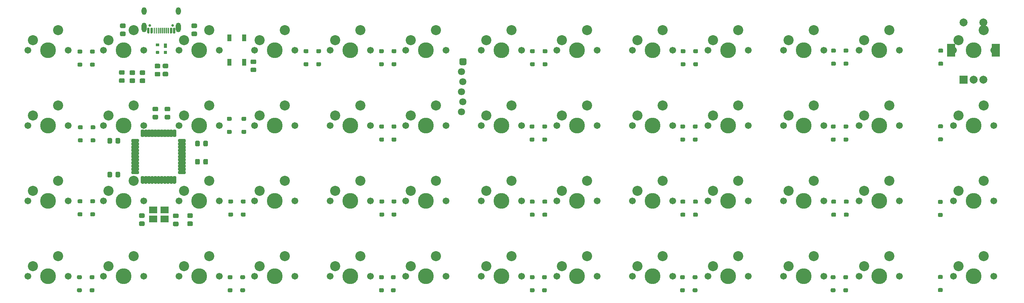
<source format=gbs>
G04 #@! TF.GenerationSoftware,KiCad,Pcbnew,(5.1.10-1-10_14)*
G04 #@! TF.CreationDate,2021-09-26T11:40:08-05:00*
G04 #@! TF.ProjectId,ori,6f72692e-6b69-4636-9164-5f7063625858,rev?*
G04 #@! TF.SameCoordinates,Original*
G04 #@! TF.FileFunction,Soldermask,Bot*
G04 #@! TF.FilePolarity,Negative*
%FSLAX46Y46*%
G04 Gerber Fmt 4.6, Leading zero omitted, Abs format (unit mm)*
G04 Created by KiCad (PCBNEW (5.1.10-1-10_14)) date 2021-09-26 11:40:08*
%MOMM*%
%LPD*%
G01*
G04 APERTURE LIST*
%ADD10C,2.540000*%
%ADD11C,1.701800*%
%ADD12C,3.987800*%
%ADD13R,2.000000X2.000000*%
%ADD14C,2.000000*%
%ADD15R,2.000000X3.200000*%
%ADD16R,2.100000X1.800000*%
%ADD17C,1.803400*%
%ADD18O,1.300000X2.400000*%
%ADD19O,1.300000X1.900000*%
%ADD20C,0.650000*%
%ADD21R,1.100000X1.800000*%
G04 APERTURE END LIST*
G36*
G01*
X114190625Y-51506250D02*
X114890625Y-51506250D01*
G75*
G02*
X114940625Y-51556250I0J-50000D01*
G01*
X114940625Y-52156250D01*
G75*
G02*
X114890625Y-52206250I-50000J0D01*
G01*
X114190625Y-52206250D01*
G75*
G02*
X114140625Y-52156250I0J50000D01*
G01*
X114140625Y-51556250D01*
G75*
G02*
X114190625Y-51506250I50000J0D01*
G01*
G37*
G36*
G01*
X114190625Y-53406250D02*
X114890625Y-53406250D01*
G75*
G02*
X114940625Y-53456250I0J-50000D01*
G01*
X114940625Y-54056250D01*
G75*
G02*
X114890625Y-54106250I-50000J0D01*
G01*
X114190625Y-54106250D01*
G75*
G02*
X114140625Y-54056250I0J50000D01*
G01*
X114140625Y-53456250D01*
G75*
G02*
X114190625Y-53406250I50000J0D01*
G01*
G37*
G36*
G01*
X116190625Y-53406250D02*
X116890625Y-53406250D01*
G75*
G02*
X116940625Y-53456250I0J-50000D01*
G01*
X116940625Y-54056250D01*
G75*
G02*
X116890625Y-54106250I-50000J0D01*
G01*
X116190625Y-54106250D01*
G75*
G02*
X116140625Y-54056250I0J50000D01*
G01*
X116140625Y-53456250D01*
G75*
G02*
X116190625Y-53406250I50000J0D01*
G01*
G37*
G36*
G01*
X116190625Y-51506250D02*
X116890625Y-51506250D01*
G75*
G02*
X116940625Y-51556250I0J-50000D01*
G01*
X116940625Y-52556250D01*
G75*
G02*
X116890625Y-52606250I-50000J0D01*
G01*
X116190625Y-52606250D01*
G75*
G02*
X116140625Y-52556250I0J50000D01*
G01*
X116140625Y-51556250D01*
G75*
G02*
X116190625Y-51506250I50000J0D01*
G01*
G37*
G36*
G01*
X312340625Y-53806250D02*
X311640625Y-53806250D01*
G75*
G02*
X311390625Y-53556250I0J250000D01*
G01*
X311390625Y-53056250D01*
G75*
G02*
X311640625Y-52806250I250000J0D01*
G01*
X312340625Y-52806250D01*
G75*
G02*
X312590625Y-53056250I0J-250000D01*
G01*
X312590625Y-53556250D01*
G75*
G02*
X312340625Y-53806250I-250000J0D01*
G01*
G37*
G36*
G01*
X312340625Y-57106250D02*
X311640625Y-57106250D01*
G75*
G02*
X311390625Y-56856250I0J250000D01*
G01*
X311390625Y-56356250D01*
G75*
G02*
X311640625Y-56106250I250000J0D01*
G01*
X312340625Y-56106250D01*
G75*
G02*
X312590625Y-56356250I0J-250000D01*
G01*
X312590625Y-56856250D01*
G75*
G02*
X312340625Y-57106250I-250000J0D01*
G01*
G37*
G36*
G01*
X312240625Y-92056250D02*
X311540625Y-92056250D01*
G75*
G02*
X311290625Y-91806250I0J250000D01*
G01*
X311290625Y-91306250D01*
G75*
G02*
X311540625Y-91056250I250000J0D01*
G01*
X312240625Y-91056250D01*
G75*
G02*
X312490625Y-91306250I0J-250000D01*
G01*
X312490625Y-91806250D01*
G75*
G02*
X312240625Y-92056250I-250000J0D01*
G01*
G37*
G36*
G01*
X312240625Y-95356250D02*
X311540625Y-95356250D01*
G75*
G02*
X311290625Y-95106250I0J250000D01*
G01*
X311290625Y-94606250D01*
G75*
G02*
X311540625Y-94356250I250000J0D01*
G01*
X312240625Y-94356250D01*
G75*
G02*
X312490625Y-94606250I0J-250000D01*
G01*
X312490625Y-95106250D01*
G75*
G02*
X312240625Y-95356250I-250000J0D01*
G01*
G37*
D10*
X316468185Y-69691370D03*
X322818185Y-67151370D03*
D11*
X325358185Y-72231370D03*
X315198185Y-72231370D03*
D12*
X320278185Y-72231370D03*
D10*
X121205625Y-50641250D03*
X127555625Y-48101250D03*
D11*
X130095625Y-53181250D03*
X119935625Y-53181250D03*
D12*
X125015625Y-53181250D03*
D10*
X316468185Y-107791530D03*
X322818185Y-105251530D03*
D11*
X325358185Y-110331530D03*
X315198185Y-110331530D03*
D12*
X320278185Y-110331530D03*
G36*
G01*
X98537999Y-91899377D02*
X97837999Y-91899377D01*
G75*
G02*
X97587999Y-91649377I0J250000D01*
G01*
X97587999Y-91149377D01*
G75*
G02*
X97837999Y-90899377I250000J0D01*
G01*
X98537999Y-90899377D01*
G75*
G02*
X98787999Y-91149377I0J-250000D01*
G01*
X98787999Y-91649377D01*
G75*
G02*
X98537999Y-91899377I-250000J0D01*
G01*
G37*
G36*
G01*
X98537999Y-95199377D02*
X97837999Y-95199377D01*
G75*
G02*
X97587999Y-94949377I0J250000D01*
G01*
X97587999Y-94449377D01*
G75*
G02*
X97837999Y-94199377I250000J0D01*
G01*
X98537999Y-94199377D01*
G75*
G02*
X98787999Y-94449377I0J-250000D01*
G01*
X98787999Y-94949377D01*
G75*
G02*
X98537999Y-95199377I-250000J0D01*
G01*
G37*
G36*
G01*
X106000001Y-59400000D02*
X105099999Y-59400000D01*
G75*
G02*
X104850000Y-59150001I0J249999D01*
G01*
X104850000Y-58499999D01*
G75*
G02*
X105099999Y-58250000I249999J0D01*
G01*
X106000001Y-58250000D01*
G75*
G02*
X106250000Y-58499999I0J-249999D01*
G01*
X106250000Y-59150001D01*
G75*
G02*
X106000001Y-59400000I-249999J0D01*
G01*
G37*
G36*
G01*
X106000001Y-61450000D02*
X105099999Y-61450000D01*
G75*
G02*
X104850000Y-61200001I0J249999D01*
G01*
X104850000Y-60549999D01*
G75*
G02*
X105099999Y-60300000I249999J0D01*
G01*
X106000001Y-60300000D01*
G75*
G02*
X106250000Y-60549999I0J-249999D01*
G01*
X106250000Y-61200001D01*
G75*
G02*
X106000001Y-61450000I-249999J0D01*
G01*
G37*
G36*
G01*
X126100000Y-77250001D02*
X126100000Y-76349999D01*
G75*
G02*
X126349999Y-76100000I249999J0D01*
G01*
X127000001Y-76100000D01*
G75*
G02*
X127250000Y-76349999I0J-249999D01*
G01*
X127250000Y-77250001D01*
G75*
G02*
X127000001Y-77500000I-249999J0D01*
G01*
X126349999Y-77500000D01*
G75*
G02*
X126100000Y-77250001I0J249999D01*
G01*
G37*
G36*
G01*
X124050000Y-77250001D02*
X124050000Y-76349999D01*
G75*
G02*
X124299999Y-76100000I249999J0D01*
G01*
X124950001Y-76100000D01*
G75*
G02*
X125200000Y-76349999I0J-249999D01*
G01*
X125200000Y-77250001D01*
G75*
G02*
X124950001Y-77500000I-249999J0D01*
G01*
X124299999Y-77500000D01*
G75*
G02*
X124050000Y-77250001I0J249999D01*
G01*
G37*
G36*
G01*
X103075000Y-84199999D02*
X103075000Y-85100001D01*
G75*
G02*
X102825001Y-85350000I-249999J0D01*
G01*
X102174999Y-85350000D01*
G75*
G02*
X101925000Y-85100001I0J249999D01*
G01*
X101925000Y-84199999D01*
G75*
G02*
X102174999Y-83950000I249999J0D01*
G01*
X102825001Y-83950000D01*
G75*
G02*
X103075000Y-84199999I0J-249999D01*
G01*
G37*
G36*
G01*
X105125000Y-84199999D02*
X105125000Y-85100001D01*
G75*
G02*
X104875001Y-85350000I-249999J0D01*
G01*
X104224999Y-85350000D01*
G75*
G02*
X103975000Y-85100001I0J249999D01*
G01*
X103975000Y-84199999D01*
G75*
G02*
X104224999Y-83950000I249999J0D01*
G01*
X104875001Y-83950000D01*
G75*
G02*
X105125000Y-84199999I0J-249999D01*
G01*
G37*
G36*
G01*
X247381999Y-53944377D02*
X246681999Y-53944377D01*
G75*
G02*
X246431999Y-53694377I0J250000D01*
G01*
X246431999Y-53194377D01*
G75*
G02*
X246681999Y-52944377I250000J0D01*
G01*
X247381999Y-52944377D01*
G75*
G02*
X247631999Y-53194377I0J-250000D01*
G01*
X247631999Y-53694377D01*
G75*
G02*
X247381999Y-53944377I-250000J0D01*
G01*
G37*
G36*
G01*
X247381999Y-57244377D02*
X246681999Y-57244377D01*
G75*
G02*
X246431999Y-56994377I0J250000D01*
G01*
X246431999Y-56494377D01*
G75*
G02*
X246681999Y-56244377I250000J0D01*
G01*
X247381999Y-56244377D01*
G75*
G02*
X247631999Y-56494377I0J-250000D01*
G01*
X247631999Y-56994377D01*
G75*
G02*
X247381999Y-57244377I-250000J0D01*
G01*
G37*
D13*
X317752725Y-60693950D03*
D14*
X320252725Y-60693950D03*
X322752725Y-60693950D03*
D15*
X314652725Y-53193950D03*
X325852725Y-53193950D03*
D14*
X317752725Y-46193950D03*
X322752725Y-46193950D03*
G36*
G01*
X107746999Y-60338000D02*
X108647001Y-60338000D01*
G75*
G02*
X108897000Y-60587999I0J-249999D01*
G01*
X108897000Y-61238001D01*
G75*
G02*
X108647001Y-61488000I-249999J0D01*
G01*
X107746999Y-61488000D01*
G75*
G02*
X107497000Y-61238001I0J249999D01*
G01*
X107497000Y-60587999D01*
G75*
G02*
X107746999Y-60338000I249999J0D01*
G01*
G37*
G36*
G01*
X107746999Y-58288000D02*
X108647001Y-58288000D01*
G75*
G02*
X108897000Y-58537999I0J-249999D01*
G01*
X108897000Y-59188001D01*
G75*
G02*
X108647001Y-59438000I-249999J0D01*
G01*
X107746999Y-59438000D01*
G75*
G02*
X107497000Y-59188001I0J249999D01*
G01*
X107497000Y-58537999D01*
G75*
G02*
X107746999Y-58288000I249999J0D01*
G01*
G37*
G36*
G01*
X139159001Y-56698000D02*
X138258999Y-56698000D01*
G75*
G02*
X138009000Y-56448001I0J249999D01*
G01*
X138009000Y-55797999D01*
G75*
G02*
X138258999Y-55548000I249999J0D01*
G01*
X139159001Y-55548000D01*
G75*
G02*
X139409000Y-55797999I0J-249999D01*
G01*
X139409000Y-56448001D01*
G75*
G02*
X139159001Y-56698000I-249999J0D01*
G01*
G37*
G36*
G01*
X139159001Y-58748000D02*
X138258999Y-58748000D01*
G75*
G02*
X138009000Y-58498001I0J249999D01*
G01*
X138009000Y-57847999D01*
G75*
G02*
X138258999Y-57598000I249999J0D01*
G01*
X139159001Y-57598000D01*
G75*
G02*
X139409000Y-57847999I0J-249999D01*
G01*
X139409000Y-58498001D01*
G75*
G02*
X139159001Y-58748000I-249999J0D01*
G01*
G37*
G36*
G01*
X123349999Y-48500000D02*
X124250001Y-48500000D01*
G75*
G02*
X124500000Y-48749999I0J-249999D01*
G01*
X124500000Y-49400001D01*
G75*
G02*
X124250001Y-49650000I-249999J0D01*
G01*
X123349999Y-49650000D01*
G75*
G02*
X123100000Y-49400001I0J249999D01*
G01*
X123100000Y-48749999D01*
G75*
G02*
X123349999Y-48500000I249999J0D01*
G01*
G37*
G36*
G01*
X123349999Y-46450000D02*
X124250001Y-46450000D01*
G75*
G02*
X124500000Y-46699999I0J-249999D01*
G01*
X124500000Y-47350001D01*
G75*
G02*
X124250001Y-47600000I-249999J0D01*
G01*
X123349999Y-47600000D01*
G75*
G02*
X123100000Y-47350001I0J249999D01*
G01*
X123100000Y-46699999D01*
G75*
G02*
X123349999Y-46450000I249999J0D01*
G01*
G37*
G36*
G01*
X105349999Y-46450000D02*
X106250001Y-46450000D01*
G75*
G02*
X106500000Y-46699999I0J-249999D01*
G01*
X106500000Y-47350001D01*
G75*
G02*
X106250001Y-47600000I-249999J0D01*
G01*
X105349999Y-47600000D01*
G75*
G02*
X105100000Y-47350001I0J249999D01*
G01*
X105100000Y-46699999D01*
G75*
G02*
X105349999Y-46450000I249999J0D01*
G01*
G37*
G36*
G01*
X105349999Y-48500000D02*
X106250001Y-48500000D01*
G75*
G02*
X106500000Y-48749999I0J-249999D01*
G01*
X106500000Y-49400001D01*
G75*
G02*
X106250001Y-49650000I-249999J0D01*
G01*
X105349999Y-49650000D01*
G75*
G02*
X105100000Y-49400001I0J249999D01*
G01*
X105100000Y-48749999D01*
G75*
G02*
X105349999Y-48500000I249999J0D01*
G01*
G37*
G36*
G01*
X116990626Y-57756250D02*
X116090624Y-57756250D01*
G75*
G02*
X115840625Y-57506251I0J249999D01*
G01*
X115840625Y-56856249D01*
G75*
G02*
X116090624Y-56606250I249999J0D01*
G01*
X116990626Y-56606250D01*
G75*
G02*
X117240625Y-56856249I0J-249999D01*
G01*
X117240625Y-57506251D01*
G75*
G02*
X116990626Y-57756250I-249999J0D01*
G01*
G37*
G36*
G01*
X116990626Y-59806250D02*
X116090624Y-59806250D01*
G75*
G02*
X115840625Y-59556251I0J249999D01*
G01*
X115840625Y-58906249D01*
G75*
G02*
X116090624Y-58656250I249999J0D01*
G01*
X116990626Y-58656250D01*
G75*
G02*
X117240625Y-58906249I0J-249999D01*
G01*
X117240625Y-59556251D01*
G75*
G02*
X116990626Y-59806250I-249999J0D01*
G01*
G37*
G36*
G01*
X114990626Y-57774000D02*
X114090624Y-57774000D01*
G75*
G02*
X113840625Y-57524001I0J249999D01*
G01*
X113840625Y-56873999D01*
G75*
G02*
X114090624Y-56624000I249999J0D01*
G01*
X114990626Y-56624000D01*
G75*
G02*
X115240625Y-56873999I0J-249999D01*
G01*
X115240625Y-57524001D01*
G75*
G02*
X114990626Y-57774000I-249999J0D01*
G01*
G37*
G36*
G01*
X114990626Y-59824000D02*
X114090624Y-59824000D01*
G75*
G02*
X113840625Y-59574001I0J249999D01*
G01*
X113840625Y-58923999D01*
G75*
G02*
X114090624Y-58674000I249999J0D01*
G01*
X114990626Y-58674000D01*
G75*
G02*
X115240625Y-58923999I0J-249999D01*
G01*
X115240625Y-59574001D01*
G75*
G02*
X114990626Y-59824000I-249999J0D01*
G01*
G37*
G36*
G01*
X103977499Y-76550001D02*
X103977499Y-75649999D01*
G75*
G02*
X104227498Y-75400000I249999J0D01*
G01*
X104877500Y-75400000D01*
G75*
G02*
X105127499Y-75649999I0J-249999D01*
G01*
X105127499Y-76550001D01*
G75*
G02*
X104877500Y-76800000I-249999J0D01*
G01*
X104227498Y-76800000D01*
G75*
G02*
X103977499Y-76550001I0J249999D01*
G01*
G37*
G36*
G01*
X101927499Y-76550001D02*
X101927499Y-75649999D01*
G75*
G02*
X102177498Y-75400000I249999J0D01*
G01*
X102827500Y-75400000D01*
G75*
G02*
X103077499Y-75649999I0J-249999D01*
G01*
X103077499Y-76550001D01*
G75*
G02*
X102827500Y-76800000I-249999J0D01*
G01*
X102177498Y-76800000D01*
G75*
G02*
X101927499Y-76550001I0J249999D01*
G01*
G37*
G36*
G01*
X122299999Y-96500000D02*
X123200001Y-96500000D01*
G75*
G02*
X123450000Y-96749999I0J-249999D01*
G01*
X123450000Y-97400001D01*
G75*
G02*
X123200001Y-97650000I-249999J0D01*
G01*
X122299999Y-97650000D01*
G75*
G02*
X122050000Y-97400001I0J249999D01*
G01*
X122050000Y-96749999D01*
G75*
G02*
X122299999Y-96500000I249999J0D01*
G01*
G37*
G36*
G01*
X122299999Y-94450000D02*
X123200001Y-94450000D01*
G75*
G02*
X123450000Y-94699999I0J-249999D01*
G01*
X123450000Y-95350001D01*
G75*
G02*
X123200001Y-95600000I-249999J0D01*
G01*
X122299999Y-95600000D01*
G75*
G02*
X122050000Y-95350001I0J249999D01*
G01*
X122050000Y-94699999D01*
G75*
G02*
X122299999Y-94450000I249999J0D01*
G01*
G37*
G36*
G01*
X117500001Y-68650000D02*
X116599999Y-68650000D01*
G75*
G02*
X116350000Y-68400001I0J249999D01*
G01*
X116350000Y-67749999D01*
G75*
G02*
X116599999Y-67500000I249999J0D01*
G01*
X117500001Y-67500000D01*
G75*
G02*
X117750000Y-67749999I0J-249999D01*
G01*
X117750000Y-68400001D01*
G75*
G02*
X117500001Y-68650000I-249999J0D01*
G01*
G37*
G36*
G01*
X117500001Y-70700000D02*
X116599999Y-70700000D01*
G75*
G02*
X116350000Y-70450001I0J249999D01*
G01*
X116350000Y-69799999D01*
G75*
G02*
X116599999Y-69550000I249999J0D01*
G01*
X117500001Y-69550000D01*
G75*
G02*
X117750000Y-69799999I0J-249999D01*
G01*
X117750000Y-70450001D01*
G75*
G02*
X117500001Y-70700000I-249999J0D01*
G01*
G37*
G36*
G01*
X114450001Y-68650000D02*
X113549999Y-68650000D01*
G75*
G02*
X113300000Y-68400001I0J249999D01*
G01*
X113300000Y-67749999D01*
G75*
G02*
X113549999Y-67500000I249999J0D01*
G01*
X114450001Y-67500000D01*
G75*
G02*
X114700000Y-67749999I0J-249999D01*
G01*
X114700000Y-68400001D01*
G75*
G02*
X114450001Y-68650000I-249999J0D01*
G01*
G37*
G36*
G01*
X114450001Y-70700000D02*
X113549999Y-70700000D01*
G75*
G02*
X113300000Y-70450001I0J249999D01*
G01*
X113300000Y-69799999D01*
G75*
G02*
X113549999Y-69550000I249999J0D01*
G01*
X114450001Y-69550000D01*
G75*
G02*
X114700000Y-69799999I0J-249999D01*
G01*
X114700000Y-70450001D01*
G75*
G02*
X114450001Y-70700000I-249999J0D01*
G01*
G37*
G36*
G01*
X119600001Y-95650000D02*
X118699999Y-95650000D01*
G75*
G02*
X118450000Y-95400001I0J249999D01*
G01*
X118450000Y-94749999D01*
G75*
G02*
X118699999Y-94500000I249999J0D01*
G01*
X119600001Y-94500000D01*
G75*
G02*
X119850000Y-94749999I0J-249999D01*
G01*
X119850000Y-95400001D01*
G75*
G02*
X119600001Y-95650000I-249999J0D01*
G01*
G37*
G36*
G01*
X119600001Y-97700000D02*
X118699999Y-97700000D01*
G75*
G02*
X118450000Y-97450001I0J249999D01*
G01*
X118450000Y-96799999D01*
G75*
G02*
X118699999Y-96550000I249999J0D01*
G01*
X119600001Y-96550000D01*
G75*
G02*
X119850000Y-96799999I0J-249999D01*
G01*
X119850000Y-97450001D01*
G75*
G02*
X119600001Y-97700000I-249999J0D01*
G01*
G37*
G36*
G01*
X110149999Y-96500000D02*
X111050001Y-96500000D01*
G75*
G02*
X111300000Y-96749999I0J-249999D01*
G01*
X111300000Y-97400001D01*
G75*
G02*
X111050001Y-97650000I-249999J0D01*
G01*
X110149999Y-97650000D01*
G75*
G02*
X109900000Y-97400001I0J249999D01*
G01*
X109900000Y-96749999D01*
G75*
G02*
X110149999Y-96500000I249999J0D01*
G01*
G37*
G36*
G01*
X110149999Y-94450000D02*
X111050001Y-94450000D01*
G75*
G02*
X111300000Y-94699999I0J-249999D01*
G01*
X111300000Y-95350001D01*
G75*
G02*
X111050001Y-95600000I-249999J0D01*
G01*
X110149999Y-95600000D01*
G75*
G02*
X109900000Y-95350001I0J249999D01*
G01*
X109900000Y-94699999D01*
G75*
G02*
X110149999Y-94450000I249999J0D01*
G01*
G37*
G36*
G01*
X126100000Y-81850001D02*
X126100000Y-80949999D01*
G75*
G02*
X126349999Y-80700000I249999J0D01*
G01*
X127000001Y-80700000D01*
G75*
G02*
X127250000Y-80949999I0J-249999D01*
G01*
X127250000Y-81850001D01*
G75*
G02*
X127000001Y-82100000I-249999J0D01*
G01*
X126349999Y-82100000D01*
G75*
G02*
X126100000Y-81850001I0J249999D01*
G01*
G37*
G36*
G01*
X124050000Y-81850001D02*
X124050000Y-80949999D01*
G75*
G02*
X124299999Y-80700000I249999J0D01*
G01*
X124950001Y-80700000D01*
G75*
G02*
X125200000Y-80949999I0J-249999D01*
G01*
X125200000Y-81850001D01*
G75*
G02*
X124950001Y-82100000I-249999J0D01*
G01*
X124299999Y-82100000D01*
G75*
G02*
X124050000Y-81850001I0J249999D01*
G01*
G37*
G36*
G01*
X111200001Y-59450000D02*
X110299999Y-59450000D01*
G75*
G02*
X110050000Y-59200001I0J249999D01*
G01*
X110050000Y-58549999D01*
G75*
G02*
X110299999Y-58300000I249999J0D01*
G01*
X111200001Y-58300000D01*
G75*
G02*
X111450000Y-58549999I0J-249999D01*
G01*
X111450000Y-59200001D01*
G75*
G02*
X111200001Y-59450000I-249999J0D01*
G01*
G37*
G36*
G01*
X111200001Y-61500000D02*
X110299999Y-61500000D01*
G75*
G02*
X110050000Y-61250001I0J249999D01*
G01*
X110050000Y-60599999D01*
G75*
G02*
X110299999Y-60350000I249999J0D01*
G01*
X111200001Y-60350000D01*
G75*
G02*
X111450000Y-60599999I0J-249999D01*
G01*
X111450000Y-61250001D01*
G75*
G02*
X111200001Y-61500000I-249999J0D01*
G01*
G37*
D16*
X116350000Y-93550000D03*
X113450000Y-93550000D03*
X113450000Y-95850000D03*
X116350000Y-95850000D03*
G36*
G01*
X192448100Y-55649150D02*
X192448100Y-56550850D01*
G75*
G02*
X191997250Y-57001700I-450850J0D01*
G01*
X191095550Y-57001700D01*
G75*
G02*
X190644700Y-56550850I0J450850D01*
G01*
X190644700Y-55649150D01*
G75*
G02*
X191095550Y-55198300I450850J0D01*
G01*
X191997250Y-55198300D01*
G75*
G02*
X192448100Y-55649150I0J-450850D01*
G01*
G37*
D17*
X191140000Y-58640000D03*
X191546400Y-61180000D03*
X191140000Y-63720000D03*
X191546400Y-66260000D03*
X191140000Y-68800000D03*
G36*
G01*
X119250000Y-73450000D02*
X119250000Y-74950000D01*
G75*
G02*
X119050000Y-75150000I-200000J0D01*
G01*
X118550000Y-75150000D01*
G75*
G02*
X118350000Y-74950000I0J200000D01*
G01*
X118350000Y-73450000D01*
G75*
G02*
X118550000Y-73250000I200000J0D01*
G01*
X119050000Y-73250000D01*
G75*
G02*
X119250000Y-73450000I0J-200000D01*
G01*
G37*
G36*
G01*
X118450000Y-73450000D02*
X118450000Y-74950000D01*
G75*
G02*
X118250000Y-75150000I-200000J0D01*
G01*
X117750000Y-75150000D01*
G75*
G02*
X117550000Y-74950000I0J200000D01*
G01*
X117550000Y-73450000D01*
G75*
G02*
X117750000Y-73250000I200000J0D01*
G01*
X118250000Y-73250000D01*
G75*
G02*
X118450000Y-73450000I0J-200000D01*
G01*
G37*
G36*
G01*
X117650000Y-73450000D02*
X117650000Y-74950000D01*
G75*
G02*
X117450000Y-75150000I-200000J0D01*
G01*
X116950000Y-75150000D01*
G75*
G02*
X116750000Y-74950000I0J200000D01*
G01*
X116750000Y-73450000D01*
G75*
G02*
X116950000Y-73250000I200000J0D01*
G01*
X117450000Y-73250000D01*
G75*
G02*
X117650000Y-73450000I0J-200000D01*
G01*
G37*
G36*
G01*
X116850000Y-73450000D02*
X116850000Y-74950000D01*
G75*
G02*
X116650000Y-75150000I-200000J0D01*
G01*
X116150000Y-75150000D01*
G75*
G02*
X115950000Y-74950000I0J200000D01*
G01*
X115950000Y-73450000D01*
G75*
G02*
X116150000Y-73250000I200000J0D01*
G01*
X116650000Y-73250000D01*
G75*
G02*
X116850000Y-73450000I0J-200000D01*
G01*
G37*
G36*
G01*
X116050000Y-73450000D02*
X116050000Y-74950000D01*
G75*
G02*
X115850000Y-75150000I-200000J0D01*
G01*
X115350000Y-75150000D01*
G75*
G02*
X115150000Y-74950000I0J200000D01*
G01*
X115150000Y-73450000D01*
G75*
G02*
X115350000Y-73250000I200000J0D01*
G01*
X115850000Y-73250000D01*
G75*
G02*
X116050000Y-73450000I0J-200000D01*
G01*
G37*
G36*
G01*
X115250000Y-73450000D02*
X115250000Y-74950000D01*
G75*
G02*
X115050000Y-75150000I-200000J0D01*
G01*
X114550000Y-75150000D01*
G75*
G02*
X114350000Y-74950000I0J200000D01*
G01*
X114350000Y-73450000D01*
G75*
G02*
X114550000Y-73250000I200000J0D01*
G01*
X115050000Y-73250000D01*
G75*
G02*
X115250000Y-73450000I0J-200000D01*
G01*
G37*
G36*
G01*
X114450000Y-73450000D02*
X114450000Y-74950000D01*
G75*
G02*
X114250000Y-75150000I-200000J0D01*
G01*
X113750000Y-75150000D01*
G75*
G02*
X113550000Y-74950000I0J200000D01*
G01*
X113550000Y-73450000D01*
G75*
G02*
X113750000Y-73250000I200000J0D01*
G01*
X114250000Y-73250000D01*
G75*
G02*
X114450000Y-73450000I0J-200000D01*
G01*
G37*
G36*
G01*
X113650000Y-73450000D02*
X113650000Y-74950000D01*
G75*
G02*
X113450000Y-75150000I-200000J0D01*
G01*
X112950000Y-75150000D01*
G75*
G02*
X112750000Y-74950000I0J200000D01*
G01*
X112750000Y-73450000D01*
G75*
G02*
X112950000Y-73250000I200000J0D01*
G01*
X113450000Y-73250000D01*
G75*
G02*
X113650000Y-73450000I0J-200000D01*
G01*
G37*
G36*
G01*
X112850000Y-73450000D02*
X112850000Y-74950000D01*
G75*
G02*
X112650000Y-75150000I-200000J0D01*
G01*
X112150000Y-75150000D01*
G75*
G02*
X111950000Y-74950000I0J200000D01*
G01*
X111950000Y-73450000D01*
G75*
G02*
X112150000Y-73250000I200000J0D01*
G01*
X112650000Y-73250000D01*
G75*
G02*
X112850000Y-73450000I0J-200000D01*
G01*
G37*
G36*
G01*
X112050000Y-73450000D02*
X112050000Y-74950000D01*
G75*
G02*
X111850000Y-75150000I-200000J0D01*
G01*
X111350000Y-75150000D01*
G75*
G02*
X111150000Y-74950000I0J200000D01*
G01*
X111150000Y-73450000D01*
G75*
G02*
X111350000Y-73250000I200000J0D01*
G01*
X111850000Y-73250000D01*
G75*
G02*
X112050000Y-73450000I0J-200000D01*
G01*
G37*
G36*
G01*
X111250000Y-73450000D02*
X111250000Y-74950000D01*
G75*
G02*
X111050000Y-75150000I-200000J0D01*
G01*
X110550000Y-75150000D01*
G75*
G02*
X110350000Y-74950000I0J200000D01*
G01*
X110350000Y-73450000D01*
G75*
G02*
X110550000Y-73250000I200000J0D01*
G01*
X111050000Y-73250000D01*
G75*
G02*
X111250000Y-73450000I0J-200000D01*
G01*
G37*
G36*
G01*
X109850000Y-75850000D02*
X109850000Y-76350000D01*
G75*
G02*
X109650000Y-76550000I-200000J0D01*
G01*
X108150000Y-76550000D01*
G75*
G02*
X107950000Y-76350000I0J200000D01*
G01*
X107950000Y-75850000D01*
G75*
G02*
X108150000Y-75650000I200000J0D01*
G01*
X109650000Y-75650000D01*
G75*
G02*
X109850000Y-75850000I0J-200000D01*
G01*
G37*
G36*
G01*
X109850000Y-76650000D02*
X109850000Y-77150000D01*
G75*
G02*
X109650000Y-77350000I-200000J0D01*
G01*
X108150000Y-77350000D01*
G75*
G02*
X107950000Y-77150000I0J200000D01*
G01*
X107950000Y-76650000D01*
G75*
G02*
X108150000Y-76450000I200000J0D01*
G01*
X109650000Y-76450000D01*
G75*
G02*
X109850000Y-76650000I0J-200000D01*
G01*
G37*
G36*
G01*
X109850000Y-77450000D02*
X109850000Y-77950000D01*
G75*
G02*
X109650000Y-78150000I-200000J0D01*
G01*
X108150000Y-78150000D01*
G75*
G02*
X107950000Y-77950000I0J200000D01*
G01*
X107950000Y-77450000D01*
G75*
G02*
X108150000Y-77250000I200000J0D01*
G01*
X109650000Y-77250000D01*
G75*
G02*
X109850000Y-77450000I0J-200000D01*
G01*
G37*
G36*
G01*
X109850000Y-78250000D02*
X109850000Y-78750000D01*
G75*
G02*
X109650000Y-78950000I-200000J0D01*
G01*
X108150000Y-78950000D01*
G75*
G02*
X107950000Y-78750000I0J200000D01*
G01*
X107950000Y-78250000D01*
G75*
G02*
X108150000Y-78050000I200000J0D01*
G01*
X109650000Y-78050000D01*
G75*
G02*
X109850000Y-78250000I0J-200000D01*
G01*
G37*
G36*
G01*
X109850000Y-79050000D02*
X109850000Y-79550000D01*
G75*
G02*
X109650000Y-79750000I-200000J0D01*
G01*
X108150000Y-79750000D01*
G75*
G02*
X107950000Y-79550000I0J200000D01*
G01*
X107950000Y-79050000D01*
G75*
G02*
X108150000Y-78850000I200000J0D01*
G01*
X109650000Y-78850000D01*
G75*
G02*
X109850000Y-79050000I0J-200000D01*
G01*
G37*
G36*
G01*
X109850000Y-79850000D02*
X109850000Y-80350000D01*
G75*
G02*
X109650000Y-80550000I-200000J0D01*
G01*
X108150000Y-80550000D01*
G75*
G02*
X107950000Y-80350000I0J200000D01*
G01*
X107950000Y-79850000D01*
G75*
G02*
X108150000Y-79650000I200000J0D01*
G01*
X109650000Y-79650000D01*
G75*
G02*
X109850000Y-79850000I0J-200000D01*
G01*
G37*
G36*
G01*
X109850000Y-80650000D02*
X109850000Y-81150000D01*
G75*
G02*
X109650000Y-81350000I-200000J0D01*
G01*
X108150000Y-81350000D01*
G75*
G02*
X107950000Y-81150000I0J200000D01*
G01*
X107950000Y-80650000D01*
G75*
G02*
X108150000Y-80450000I200000J0D01*
G01*
X109650000Y-80450000D01*
G75*
G02*
X109850000Y-80650000I0J-200000D01*
G01*
G37*
G36*
G01*
X109850000Y-81450000D02*
X109850000Y-81950000D01*
G75*
G02*
X109650000Y-82150000I-200000J0D01*
G01*
X108150000Y-82150000D01*
G75*
G02*
X107950000Y-81950000I0J200000D01*
G01*
X107950000Y-81450000D01*
G75*
G02*
X108150000Y-81250000I200000J0D01*
G01*
X109650000Y-81250000D01*
G75*
G02*
X109850000Y-81450000I0J-200000D01*
G01*
G37*
G36*
G01*
X109850000Y-82250000D02*
X109850000Y-82750000D01*
G75*
G02*
X109650000Y-82950000I-200000J0D01*
G01*
X108150000Y-82950000D01*
G75*
G02*
X107950000Y-82750000I0J200000D01*
G01*
X107950000Y-82250000D01*
G75*
G02*
X108150000Y-82050000I200000J0D01*
G01*
X109650000Y-82050000D01*
G75*
G02*
X109850000Y-82250000I0J-200000D01*
G01*
G37*
G36*
G01*
X109850000Y-83050000D02*
X109850000Y-83550000D01*
G75*
G02*
X109650000Y-83750000I-200000J0D01*
G01*
X108150000Y-83750000D01*
G75*
G02*
X107950000Y-83550000I0J200000D01*
G01*
X107950000Y-83050000D01*
G75*
G02*
X108150000Y-82850000I200000J0D01*
G01*
X109650000Y-82850000D01*
G75*
G02*
X109850000Y-83050000I0J-200000D01*
G01*
G37*
G36*
G01*
X109850000Y-83850000D02*
X109850000Y-84350000D01*
G75*
G02*
X109650000Y-84550000I-200000J0D01*
G01*
X108150000Y-84550000D01*
G75*
G02*
X107950000Y-84350000I0J200000D01*
G01*
X107950000Y-83850000D01*
G75*
G02*
X108150000Y-83650000I200000J0D01*
G01*
X109650000Y-83650000D01*
G75*
G02*
X109850000Y-83850000I0J-200000D01*
G01*
G37*
G36*
G01*
X111250000Y-85250000D02*
X111250000Y-86750000D01*
G75*
G02*
X111050000Y-86950000I-200000J0D01*
G01*
X110550000Y-86950000D01*
G75*
G02*
X110350000Y-86750000I0J200000D01*
G01*
X110350000Y-85250000D01*
G75*
G02*
X110550000Y-85050000I200000J0D01*
G01*
X111050000Y-85050000D01*
G75*
G02*
X111250000Y-85250000I0J-200000D01*
G01*
G37*
G36*
G01*
X112050000Y-85250000D02*
X112050000Y-86750000D01*
G75*
G02*
X111850000Y-86950000I-200000J0D01*
G01*
X111350000Y-86950000D01*
G75*
G02*
X111150000Y-86750000I0J200000D01*
G01*
X111150000Y-85250000D01*
G75*
G02*
X111350000Y-85050000I200000J0D01*
G01*
X111850000Y-85050000D01*
G75*
G02*
X112050000Y-85250000I0J-200000D01*
G01*
G37*
G36*
G01*
X112850000Y-85250000D02*
X112850000Y-86750000D01*
G75*
G02*
X112650000Y-86950000I-200000J0D01*
G01*
X112150000Y-86950000D01*
G75*
G02*
X111950000Y-86750000I0J200000D01*
G01*
X111950000Y-85250000D01*
G75*
G02*
X112150000Y-85050000I200000J0D01*
G01*
X112650000Y-85050000D01*
G75*
G02*
X112850000Y-85250000I0J-200000D01*
G01*
G37*
G36*
G01*
X113650000Y-85250000D02*
X113650000Y-86750000D01*
G75*
G02*
X113450000Y-86950000I-200000J0D01*
G01*
X112950000Y-86950000D01*
G75*
G02*
X112750000Y-86750000I0J200000D01*
G01*
X112750000Y-85250000D01*
G75*
G02*
X112950000Y-85050000I200000J0D01*
G01*
X113450000Y-85050000D01*
G75*
G02*
X113650000Y-85250000I0J-200000D01*
G01*
G37*
G36*
G01*
X114450000Y-85250000D02*
X114450000Y-86750000D01*
G75*
G02*
X114250000Y-86950000I-200000J0D01*
G01*
X113750000Y-86950000D01*
G75*
G02*
X113550000Y-86750000I0J200000D01*
G01*
X113550000Y-85250000D01*
G75*
G02*
X113750000Y-85050000I200000J0D01*
G01*
X114250000Y-85050000D01*
G75*
G02*
X114450000Y-85250000I0J-200000D01*
G01*
G37*
G36*
G01*
X115250000Y-85250000D02*
X115250000Y-86750000D01*
G75*
G02*
X115050000Y-86950000I-200000J0D01*
G01*
X114550000Y-86950000D01*
G75*
G02*
X114350000Y-86750000I0J200000D01*
G01*
X114350000Y-85250000D01*
G75*
G02*
X114550000Y-85050000I200000J0D01*
G01*
X115050000Y-85050000D01*
G75*
G02*
X115250000Y-85250000I0J-200000D01*
G01*
G37*
G36*
G01*
X116050000Y-85250000D02*
X116050000Y-86750000D01*
G75*
G02*
X115850000Y-86950000I-200000J0D01*
G01*
X115350000Y-86950000D01*
G75*
G02*
X115150000Y-86750000I0J200000D01*
G01*
X115150000Y-85250000D01*
G75*
G02*
X115350000Y-85050000I200000J0D01*
G01*
X115850000Y-85050000D01*
G75*
G02*
X116050000Y-85250000I0J-200000D01*
G01*
G37*
G36*
G01*
X116850000Y-85250000D02*
X116850000Y-86750000D01*
G75*
G02*
X116650000Y-86950000I-200000J0D01*
G01*
X116150000Y-86950000D01*
G75*
G02*
X115950000Y-86750000I0J200000D01*
G01*
X115950000Y-85250000D01*
G75*
G02*
X116150000Y-85050000I200000J0D01*
G01*
X116650000Y-85050000D01*
G75*
G02*
X116850000Y-85250000I0J-200000D01*
G01*
G37*
G36*
G01*
X117650000Y-85250000D02*
X117650000Y-86750000D01*
G75*
G02*
X117450000Y-86950000I-200000J0D01*
G01*
X116950000Y-86950000D01*
G75*
G02*
X116750000Y-86750000I0J200000D01*
G01*
X116750000Y-85250000D01*
G75*
G02*
X116950000Y-85050000I200000J0D01*
G01*
X117450000Y-85050000D01*
G75*
G02*
X117650000Y-85250000I0J-200000D01*
G01*
G37*
G36*
G01*
X118450000Y-85250000D02*
X118450000Y-86750000D01*
G75*
G02*
X118250000Y-86950000I-200000J0D01*
G01*
X117750000Y-86950000D01*
G75*
G02*
X117550000Y-86750000I0J200000D01*
G01*
X117550000Y-85250000D01*
G75*
G02*
X117750000Y-85050000I200000J0D01*
G01*
X118250000Y-85050000D01*
G75*
G02*
X118450000Y-85250000I0J-200000D01*
G01*
G37*
G36*
G01*
X119250000Y-85250000D02*
X119250000Y-86750000D01*
G75*
G02*
X119050000Y-86950000I-200000J0D01*
G01*
X118550000Y-86950000D01*
G75*
G02*
X118350000Y-86750000I0J200000D01*
G01*
X118350000Y-85250000D01*
G75*
G02*
X118550000Y-85050000I200000J0D01*
G01*
X119050000Y-85050000D01*
G75*
G02*
X119250000Y-85250000I0J-200000D01*
G01*
G37*
G36*
G01*
X121650000Y-83850000D02*
X121650000Y-84350000D01*
G75*
G02*
X121450000Y-84550000I-200000J0D01*
G01*
X119950000Y-84550000D01*
G75*
G02*
X119750000Y-84350000I0J200000D01*
G01*
X119750000Y-83850000D01*
G75*
G02*
X119950000Y-83650000I200000J0D01*
G01*
X121450000Y-83650000D01*
G75*
G02*
X121650000Y-83850000I0J-200000D01*
G01*
G37*
G36*
G01*
X121650000Y-83050000D02*
X121650000Y-83550000D01*
G75*
G02*
X121450000Y-83750000I-200000J0D01*
G01*
X119950000Y-83750000D01*
G75*
G02*
X119750000Y-83550000I0J200000D01*
G01*
X119750000Y-83050000D01*
G75*
G02*
X119950000Y-82850000I200000J0D01*
G01*
X121450000Y-82850000D01*
G75*
G02*
X121650000Y-83050000I0J-200000D01*
G01*
G37*
G36*
G01*
X121650000Y-82250000D02*
X121650000Y-82750000D01*
G75*
G02*
X121450000Y-82950000I-200000J0D01*
G01*
X119950000Y-82950000D01*
G75*
G02*
X119750000Y-82750000I0J200000D01*
G01*
X119750000Y-82250000D01*
G75*
G02*
X119950000Y-82050000I200000J0D01*
G01*
X121450000Y-82050000D01*
G75*
G02*
X121650000Y-82250000I0J-200000D01*
G01*
G37*
G36*
G01*
X121650000Y-81450000D02*
X121650000Y-81950000D01*
G75*
G02*
X121450000Y-82150000I-200000J0D01*
G01*
X119950000Y-82150000D01*
G75*
G02*
X119750000Y-81950000I0J200000D01*
G01*
X119750000Y-81450000D01*
G75*
G02*
X119950000Y-81250000I200000J0D01*
G01*
X121450000Y-81250000D01*
G75*
G02*
X121650000Y-81450000I0J-200000D01*
G01*
G37*
G36*
G01*
X121650000Y-80650000D02*
X121650000Y-81150000D01*
G75*
G02*
X121450000Y-81350000I-200000J0D01*
G01*
X119950000Y-81350000D01*
G75*
G02*
X119750000Y-81150000I0J200000D01*
G01*
X119750000Y-80650000D01*
G75*
G02*
X119950000Y-80450000I200000J0D01*
G01*
X121450000Y-80450000D01*
G75*
G02*
X121650000Y-80650000I0J-200000D01*
G01*
G37*
G36*
G01*
X121650000Y-79850000D02*
X121650000Y-80350000D01*
G75*
G02*
X121450000Y-80550000I-200000J0D01*
G01*
X119950000Y-80550000D01*
G75*
G02*
X119750000Y-80350000I0J200000D01*
G01*
X119750000Y-79850000D01*
G75*
G02*
X119950000Y-79650000I200000J0D01*
G01*
X121450000Y-79650000D01*
G75*
G02*
X121650000Y-79850000I0J-200000D01*
G01*
G37*
G36*
G01*
X121650000Y-79050000D02*
X121650000Y-79550000D01*
G75*
G02*
X121450000Y-79750000I-200000J0D01*
G01*
X119950000Y-79750000D01*
G75*
G02*
X119750000Y-79550000I0J200000D01*
G01*
X119750000Y-79050000D01*
G75*
G02*
X119950000Y-78850000I200000J0D01*
G01*
X121450000Y-78850000D01*
G75*
G02*
X121650000Y-79050000I0J-200000D01*
G01*
G37*
G36*
G01*
X121650000Y-78250000D02*
X121650000Y-78750000D01*
G75*
G02*
X121450000Y-78950000I-200000J0D01*
G01*
X119950000Y-78950000D01*
G75*
G02*
X119750000Y-78750000I0J200000D01*
G01*
X119750000Y-78250000D01*
G75*
G02*
X119950000Y-78050000I200000J0D01*
G01*
X121450000Y-78050000D01*
G75*
G02*
X121650000Y-78250000I0J-200000D01*
G01*
G37*
G36*
G01*
X121650000Y-77450000D02*
X121650000Y-77950000D01*
G75*
G02*
X121450000Y-78150000I-200000J0D01*
G01*
X119950000Y-78150000D01*
G75*
G02*
X119750000Y-77950000I0J200000D01*
G01*
X119750000Y-77450000D01*
G75*
G02*
X119950000Y-77250000I200000J0D01*
G01*
X121450000Y-77250000D01*
G75*
G02*
X121650000Y-77450000I0J-200000D01*
G01*
G37*
G36*
G01*
X121650000Y-76650000D02*
X121650000Y-77150000D01*
G75*
G02*
X121450000Y-77350000I-200000J0D01*
G01*
X119950000Y-77350000D01*
G75*
G02*
X119750000Y-77150000I0J200000D01*
G01*
X119750000Y-76650000D01*
G75*
G02*
X119950000Y-76450000I200000J0D01*
G01*
X121450000Y-76450000D01*
G75*
G02*
X121650000Y-76650000I0J-200000D01*
G01*
G37*
G36*
G01*
X121650000Y-75850000D02*
X121650000Y-76350000D01*
G75*
G02*
X121450000Y-76550000I-200000J0D01*
G01*
X119950000Y-76550000D01*
G75*
G02*
X119750000Y-76350000I0J200000D01*
G01*
X119750000Y-75850000D01*
G75*
G02*
X119950000Y-75650000I200000J0D01*
G01*
X121450000Y-75650000D01*
G75*
G02*
X121650000Y-75850000I0J-200000D01*
G01*
G37*
G36*
G01*
X95312999Y-54041377D02*
X94612999Y-54041377D01*
G75*
G02*
X94362999Y-53791377I0J250000D01*
G01*
X94362999Y-53291377D01*
G75*
G02*
X94612999Y-53041377I250000J0D01*
G01*
X95312999Y-53041377D01*
G75*
G02*
X95562999Y-53291377I0J-250000D01*
G01*
X95562999Y-53791377D01*
G75*
G02*
X95312999Y-54041377I-250000J0D01*
G01*
G37*
G36*
G01*
X95312999Y-57341377D02*
X94612999Y-57341377D01*
G75*
G02*
X94362999Y-57091377I0J250000D01*
G01*
X94362999Y-56591377D01*
G75*
G02*
X94612999Y-56341377I250000J0D01*
G01*
X95312999Y-56341377D01*
G75*
G02*
X95562999Y-56591377I0J-250000D01*
G01*
X95562999Y-57091377D01*
G75*
G02*
X95312999Y-57341377I-250000J0D01*
G01*
G37*
G36*
G01*
X98487999Y-54041377D02*
X97787999Y-54041377D01*
G75*
G02*
X97537999Y-53791377I0J250000D01*
G01*
X97537999Y-53291377D01*
G75*
G02*
X97787999Y-53041377I250000J0D01*
G01*
X98487999Y-53041377D01*
G75*
G02*
X98737999Y-53291377I0J-250000D01*
G01*
X98737999Y-53791377D01*
G75*
G02*
X98487999Y-54041377I-250000J0D01*
G01*
G37*
G36*
G01*
X98487999Y-57341377D02*
X97787999Y-57341377D01*
G75*
G02*
X97537999Y-57091377I0J250000D01*
G01*
X97537999Y-56591377D01*
G75*
G02*
X97787999Y-56341377I250000J0D01*
G01*
X98487999Y-56341377D01*
G75*
G02*
X98737999Y-56591377I0J-250000D01*
G01*
X98737999Y-57091377D01*
G75*
G02*
X98487999Y-57341377I-250000J0D01*
G01*
G37*
G36*
G01*
X152335999Y-53931002D02*
X151635999Y-53931002D01*
G75*
G02*
X151385999Y-53681002I0J250000D01*
G01*
X151385999Y-53181002D01*
G75*
G02*
X151635999Y-52931002I250000J0D01*
G01*
X152335999Y-52931002D01*
G75*
G02*
X152585999Y-53181002I0J-250000D01*
G01*
X152585999Y-53681002D01*
G75*
G02*
X152335999Y-53931002I-250000J0D01*
G01*
G37*
G36*
G01*
X152335999Y-57231002D02*
X151635999Y-57231002D01*
G75*
G02*
X151385999Y-56981002I0J250000D01*
G01*
X151385999Y-56481002D01*
G75*
G02*
X151635999Y-56231002I250000J0D01*
G01*
X152335999Y-56231002D01*
G75*
G02*
X152585999Y-56481002I0J-250000D01*
G01*
X152585999Y-56981002D01*
G75*
G02*
X152335999Y-57231002I-250000J0D01*
G01*
G37*
G36*
G01*
X155510999Y-53931002D02*
X154810999Y-53931002D01*
G75*
G02*
X154560999Y-53681002I0J250000D01*
G01*
X154560999Y-53181002D01*
G75*
G02*
X154810999Y-52931002I250000J0D01*
G01*
X155510999Y-52931002D01*
G75*
G02*
X155760999Y-53181002I0J-250000D01*
G01*
X155760999Y-53681002D01*
G75*
G02*
X155510999Y-53931002I-250000J0D01*
G01*
G37*
G36*
G01*
X155510999Y-57231002D02*
X154810999Y-57231002D01*
G75*
G02*
X154560999Y-56981002I0J250000D01*
G01*
X154560999Y-56481002D01*
G75*
G02*
X154810999Y-56231002I250000J0D01*
G01*
X155510999Y-56231002D01*
G75*
G02*
X155760999Y-56481002I0J-250000D01*
G01*
X155760999Y-56981002D01*
G75*
G02*
X155510999Y-57231002I-250000J0D01*
G01*
G37*
G36*
G01*
X171335999Y-53933377D02*
X170635999Y-53933377D01*
G75*
G02*
X170385999Y-53683377I0J250000D01*
G01*
X170385999Y-53183377D01*
G75*
G02*
X170635999Y-52933377I250000J0D01*
G01*
X171335999Y-52933377D01*
G75*
G02*
X171585999Y-53183377I0J-250000D01*
G01*
X171585999Y-53683377D01*
G75*
G02*
X171335999Y-53933377I-250000J0D01*
G01*
G37*
G36*
G01*
X171335999Y-57233377D02*
X170635999Y-57233377D01*
G75*
G02*
X170385999Y-56983377I0J250000D01*
G01*
X170385999Y-56483377D01*
G75*
G02*
X170635999Y-56233377I250000J0D01*
G01*
X171335999Y-56233377D01*
G75*
G02*
X171585999Y-56483377I0J-250000D01*
G01*
X171585999Y-56983377D01*
G75*
G02*
X171335999Y-57233377I-250000J0D01*
G01*
G37*
G36*
G01*
X174510999Y-53933377D02*
X173810999Y-53933377D01*
G75*
G02*
X173560999Y-53683377I0J250000D01*
G01*
X173560999Y-53183377D01*
G75*
G02*
X173810999Y-52933377I250000J0D01*
G01*
X174510999Y-52933377D01*
G75*
G02*
X174760999Y-53183377I0J-250000D01*
G01*
X174760999Y-53683377D01*
G75*
G02*
X174510999Y-53933377I-250000J0D01*
G01*
G37*
G36*
G01*
X174510999Y-57233377D02*
X173810999Y-57233377D01*
G75*
G02*
X173560999Y-56983377I0J250000D01*
G01*
X173560999Y-56483377D01*
G75*
G02*
X173810999Y-56233377I250000J0D01*
G01*
X174510999Y-56233377D01*
G75*
G02*
X174760999Y-56483377I0J-250000D01*
G01*
X174760999Y-56983377D01*
G75*
G02*
X174510999Y-57233377I-250000J0D01*
G01*
G37*
G36*
G01*
X209408999Y-53944377D02*
X208708999Y-53944377D01*
G75*
G02*
X208458999Y-53694377I0J250000D01*
G01*
X208458999Y-53194377D01*
G75*
G02*
X208708999Y-52944377I250000J0D01*
G01*
X209408999Y-52944377D01*
G75*
G02*
X209658999Y-53194377I0J-250000D01*
G01*
X209658999Y-53694377D01*
G75*
G02*
X209408999Y-53944377I-250000J0D01*
G01*
G37*
G36*
G01*
X209408999Y-57244377D02*
X208708999Y-57244377D01*
G75*
G02*
X208458999Y-56994377I0J250000D01*
G01*
X208458999Y-56494377D01*
G75*
G02*
X208708999Y-56244377I250000J0D01*
G01*
X209408999Y-56244377D01*
G75*
G02*
X209658999Y-56494377I0J-250000D01*
G01*
X209658999Y-56994377D01*
G75*
G02*
X209408999Y-57244377I-250000J0D01*
G01*
G37*
G36*
G01*
X212583999Y-53944377D02*
X211883999Y-53944377D01*
G75*
G02*
X211633999Y-53694377I0J250000D01*
G01*
X211633999Y-53194377D01*
G75*
G02*
X211883999Y-52944377I250000J0D01*
G01*
X212583999Y-52944377D01*
G75*
G02*
X212833999Y-53194377I0J-250000D01*
G01*
X212833999Y-53694377D01*
G75*
G02*
X212583999Y-53944377I-250000J0D01*
G01*
G37*
G36*
G01*
X212583999Y-57244377D02*
X211883999Y-57244377D01*
G75*
G02*
X211633999Y-56994377I0J250000D01*
G01*
X211633999Y-56494377D01*
G75*
G02*
X211883999Y-56244377I250000J0D01*
G01*
X212583999Y-56244377D01*
G75*
G02*
X212833999Y-56494377I0J-250000D01*
G01*
X212833999Y-56994377D01*
G75*
G02*
X212583999Y-57244377I-250000J0D01*
G01*
G37*
G36*
G01*
X250556999Y-53944377D02*
X249856999Y-53944377D01*
G75*
G02*
X249606999Y-53694377I0J250000D01*
G01*
X249606999Y-53194377D01*
G75*
G02*
X249856999Y-52944377I250000J0D01*
G01*
X250556999Y-52944377D01*
G75*
G02*
X250806999Y-53194377I0J-250000D01*
G01*
X250806999Y-53694377D01*
G75*
G02*
X250556999Y-53944377I-250000J0D01*
G01*
G37*
G36*
G01*
X250556999Y-57244377D02*
X249856999Y-57244377D01*
G75*
G02*
X249606999Y-56994377I0J250000D01*
G01*
X249606999Y-56494377D01*
G75*
G02*
X249856999Y-56244377I250000J0D01*
G01*
X250556999Y-56244377D01*
G75*
G02*
X250806999Y-56494377I0J-250000D01*
G01*
X250806999Y-56994377D01*
G75*
G02*
X250556999Y-57244377I-250000J0D01*
G01*
G37*
G36*
G01*
X285300000Y-53800000D02*
X284600000Y-53800000D01*
G75*
G02*
X284350000Y-53550000I0J250000D01*
G01*
X284350000Y-53050000D01*
G75*
G02*
X284600000Y-52800000I250000J0D01*
G01*
X285300000Y-52800000D01*
G75*
G02*
X285550000Y-53050000I0J-250000D01*
G01*
X285550000Y-53550000D01*
G75*
G02*
X285300000Y-53800000I-250000J0D01*
G01*
G37*
G36*
G01*
X285300000Y-57100000D02*
X284600000Y-57100000D01*
G75*
G02*
X284350000Y-56850000I0J250000D01*
G01*
X284350000Y-56350000D01*
G75*
G02*
X284600000Y-56100000I250000J0D01*
G01*
X285300000Y-56100000D01*
G75*
G02*
X285550000Y-56350000I0J-250000D01*
G01*
X285550000Y-56850000D01*
G75*
G02*
X285300000Y-57100000I-250000J0D01*
G01*
G37*
G36*
G01*
X95439999Y-73191377D02*
X94739999Y-73191377D01*
G75*
G02*
X94489999Y-72941377I0J250000D01*
G01*
X94489999Y-72441377D01*
G75*
G02*
X94739999Y-72191377I250000J0D01*
G01*
X95439999Y-72191377D01*
G75*
G02*
X95689999Y-72441377I0J-250000D01*
G01*
X95689999Y-72941377D01*
G75*
G02*
X95439999Y-73191377I-250000J0D01*
G01*
G37*
G36*
G01*
X95439999Y-76491377D02*
X94739999Y-76491377D01*
G75*
G02*
X94489999Y-76241377I0J250000D01*
G01*
X94489999Y-75741377D01*
G75*
G02*
X94739999Y-75491377I250000J0D01*
G01*
X95439999Y-75491377D01*
G75*
G02*
X95689999Y-75741377I0J-250000D01*
G01*
X95689999Y-76241377D01*
G75*
G02*
X95439999Y-76491377I-250000J0D01*
G01*
G37*
G36*
G01*
X98614999Y-73191377D02*
X97914999Y-73191377D01*
G75*
G02*
X97664999Y-72941377I0J250000D01*
G01*
X97664999Y-72441377D01*
G75*
G02*
X97914999Y-72191377I250000J0D01*
G01*
X98614999Y-72191377D01*
G75*
G02*
X98864999Y-72441377I0J-250000D01*
G01*
X98864999Y-72941377D01*
G75*
G02*
X98614999Y-73191377I-250000J0D01*
G01*
G37*
G36*
G01*
X98614999Y-76491377D02*
X97914999Y-76491377D01*
G75*
G02*
X97664999Y-76241377I0J250000D01*
G01*
X97664999Y-75741377D01*
G75*
G02*
X97914999Y-75491377I250000J0D01*
G01*
X98614999Y-75491377D01*
G75*
G02*
X98864999Y-75741377I0J-250000D01*
G01*
X98864999Y-76241377D01*
G75*
G02*
X98614999Y-76491377I-250000J0D01*
G01*
G37*
G36*
G01*
X133000000Y-71042377D02*
X132300000Y-71042377D01*
G75*
G02*
X132050000Y-70792377I0J250000D01*
G01*
X132050000Y-70292377D01*
G75*
G02*
X132300000Y-70042377I250000J0D01*
G01*
X133000000Y-70042377D01*
G75*
G02*
X133250000Y-70292377I0J-250000D01*
G01*
X133250000Y-70792377D01*
G75*
G02*
X133000000Y-71042377I-250000J0D01*
G01*
G37*
G36*
G01*
X133000000Y-74342377D02*
X132300000Y-74342377D01*
G75*
G02*
X132050000Y-74092377I0J250000D01*
G01*
X132050000Y-73592377D01*
G75*
G02*
X132300000Y-73342377I250000J0D01*
G01*
X133000000Y-73342377D01*
G75*
G02*
X133250000Y-73592377I0J-250000D01*
G01*
X133250000Y-74092377D01*
G75*
G02*
X133000000Y-74342377I-250000J0D01*
G01*
G37*
G36*
G01*
X136664999Y-71042377D02*
X135964999Y-71042377D01*
G75*
G02*
X135714999Y-70792377I0J250000D01*
G01*
X135714999Y-70292377D01*
G75*
G02*
X135964999Y-70042377I250000J0D01*
G01*
X136664999Y-70042377D01*
G75*
G02*
X136914999Y-70292377I0J-250000D01*
G01*
X136914999Y-70792377D01*
G75*
G02*
X136664999Y-71042377I-250000J0D01*
G01*
G37*
G36*
G01*
X136664999Y-74342377D02*
X135964999Y-74342377D01*
G75*
G02*
X135714999Y-74092377I0J250000D01*
G01*
X135714999Y-73592377D01*
G75*
G02*
X135964999Y-73342377I250000J0D01*
G01*
X136664999Y-73342377D01*
G75*
G02*
X136914999Y-73592377I0J-250000D01*
G01*
X136914999Y-74092377D01*
G75*
G02*
X136664999Y-74342377I-250000J0D01*
G01*
G37*
G36*
G01*
X171400000Y-72992377D02*
X170700000Y-72992377D01*
G75*
G02*
X170450000Y-72742377I0J250000D01*
G01*
X170450000Y-72242377D01*
G75*
G02*
X170700000Y-71992377I250000J0D01*
G01*
X171400000Y-71992377D01*
G75*
G02*
X171650000Y-72242377I0J-250000D01*
G01*
X171650000Y-72742377D01*
G75*
G02*
X171400000Y-72992377I-250000J0D01*
G01*
G37*
G36*
G01*
X171400000Y-76292377D02*
X170700000Y-76292377D01*
G75*
G02*
X170450000Y-76042377I0J250000D01*
G01*
X170450000Y-75542377D01*
G75*
G02*
X170700000Y-75292377I250000J0D01*
G01*
X171400000Y-75292377D01*
G75*
G02*
X171650000Y-75542377I0J-250000D01*
G01*
X171650000Y-76042377D01*
G75*
G02*
X171400000Y-76292377I-250000J0D01*
G01*
G37*
G36*
G01*
X174500000Y-72992377D02*
X173800000Y-72992377D01*
G75*
G02*
X173550000Y-72742377I0J250000D01*
G01*
X173550000Y-72242377D01*
G75*
G02*
X173800000Y-71992377I250000J0D01*
G01*
X174500000Y-71992377D01*
G75*
G02*
X174750000Y-72242377I0J-250000D01*
G01*
X174750000Y-72742377D01*
G75*
G02*
X174500000Y-72992377I-250000J0D01*
G01*
G37*
G36*
G01*
X174500000Y-76292377D02*
X173800000Y-76292377D01*
G75*
G02*
X173550000Y-76042377I0J250000D01*
G01*
X173550000Y-75542377D01*
G75*
G02*
X173800000Y-75292377I250000J0D01*
G01*
X174500000Y-75292377D01*
G75*
G02*
X174750000Y-75542377I0J-250000D01*
G01*
X174750000Y-76042377D01*
G75*
G02*
X174500000Y-76292377I-250000J0D01*
G01*
G37*
G36*
G01*
X209308999Y-72992377D02*
X208608999Y-72992377D01*
G75*
G02*
X208358999Y-72742377I0J250000D01*
G01*
X208358999Y-72242377D01*
G75*
G02*
X208608999Y-71992377I250000J0D01*
G01*
X209308999Y-71992377D01*
G75*
G02*
X209558999Y-72242377I0J-250000D01*
G01*
X209558999Y-72742377D01*
G75*
G02*
X209308999Y-72992377I-250000J0D01*
G01*
G37*
G36*
G01*
X209308999Y-76292377D02*
X208608999Y-76292377D01*
G75*
G02*
X208358999Y-76042377I0J250000D01*
G01*
X208358999Y-75542377D01*
G75*
G02*
X208608999Y-75292377I250000J0D01*
G01*
X209308999Y-75292377D01*
G75*
G02*
X209558999Y-75542377I0J-250000D01*
G01*
X209558999Y-76042377D01*
G75*
G02*
X209308999Y-76292377I-250000J0D01*
G01*
G37*
G36*
G01*
X212483999Y-72992377D02*
X211783999Y-72992377D01*
G75*
G02*
X211533999Y-72742377I0J250000D01*
G01*
X211533999Y-72242377D01*
G75*
G02*
X211783999Y-71992377I250000J0D01*
G01*
X212483999Y-71992377D01*
G75*
G02*
X212733999Y-72242377I0J-250000D01*
G01*
X212733999Y-72742377D01*
G75*
G02*
X212483999Y-72992377I-250000J0D01*
G01*
G37*
G36*
G01*
X212483999Y-76292377D02*
X211783999Y-76292377D01*
G75*
G02*
X211533999Y-76042377I0J250000D01*
G01*
X211533999Y-75542377D01*
G75*
G02*
X211783999Y-75292377I250000J0D01*
G01*
X212483999Y-75292377D01*
G75*
G02*
X212733999Y-75542377I0J-250000D01*
G01*
X212733999Y-76042377D01*
G75*
G02*
X212483999Y-76292377I-250000J0D01*
G01*
G37*
G36*
G01*
X247281999Y-72992377D02*
X246581999Y-72992377D01*
G75*
G02*
X246331999Y-72742377I0J250000D01*
G01*
X246331999Y-72242377D01*
G75*
G02*
X246581999Y-71992377I250000J0D01*
G01*
X247281999Y-71992377D01*
G75*
G02*
X247531999Y-72242377I0J-250000D01*
G01*
X247531999Y-72742377D01*
G75*
G02*
X247281999Y-72992377I-250000J0D01*
G01*
G37*
G36*
G01*
X247281999Y-76292377D02*
X246581999Y-76292377D01*
G75*
G02*
X246331999Y-76042377I0J250000D01*
G01*
X246331999Y-75542377D01*
G75*
G02*
X246581999Y-75292377I250000J0D01*
G01*
X247281999Y-75292377D01*
G75*
G02*
X247531999Y-75542377I0J-250000D01*
G01*
X247531999Y-76042377D01*
G75*
G02*
X247281999Y-76292377I-250000J0D01*
G01*
G37*
G36*
G01*
X250456999Y-72992377D02*
X249756999Y-72992377D01*
G75*
G02*
X249506999Y-72742377I0J250000D01*
G01*
X249506999Y-72242377D01*
G75*
G02*
X249756999Y-71992377I250000J0D01*
G01*
X250456999Y-71992377D01*
G75*
G02*
X250706999Y-72242377I0J-250000D01*
G01*
X250706999Y-72742377D01*
G75*
G02*
X250456999Y-72992377I-250000J0D01*
G01*
G37*
G36*
G01*
X250456999Y-76292377D02*
X249756999Y-76292377D01*
G75*
G02*
X249506999Y-76042377I0J250000D01*
G01*
X249506999Y-75542377D01*
G75*
G02*
X249756999Y-75292377I250000J0D01*
G01*
X250456999Y-75292377D01*
G75*
G02*
X250706999Y-75542377I0J-250000D01*
G01*
X250706999Y-76042377D01*
G75*
G02*
X250456999Y-76292377I-250000J0D01*
G01*
G37*
G36*
G01*
X285254999Y-72992377D02*
X284554999Y-72992377D01*
G75*
G02*
X284304999Y-72742377I0J250000D01*
G01*
X284304999Y-72242377D01*
G75*
G02*
X284554999Y-71992377I250000J0D01*
G01*
X285254999Y-71992377D01*
G75*
G02*
X285504999Y-72242377I0J-250000D01*
G01*
X285504999Y-72742377D01*
G75*
G02*
X285254999Y-72992377I-250000J0D01*
G01*
G37*
G36*
G01*
X285254999Y-76292377D02*
X284554999Y-76292377D01*
G75*
G02*
X284304999Y-76042377I0J250000D01*
G01*
X284304999Y-75542377D01*
G75*
G02*
X284554999Y-75292377I250000J0D01*
G01*
X285254999Y-75292377D01*
G75*
G02*
X285504999Y-75542377I0J-250000D01*
G01*
X285504999Y-76042377D01*
G75*
G02*
X285254999Y-76292377I-250000J0D01*
G01*
G37*
G36*
G01*
X288429999Y-72992377D02*
X287729999Y-72992377D01*
G75*
G02*
X287479999Y-72742377I0J250000D01*
G01*
X287479999Y-72242377D01*
G75*
G02*
X287729999Y-71992377I250000J0D01*
G01*
X288429999Y-71992377D01*
G75*
G02*
X288679999Y-72242377I0J-250000D01*
G01*
X288679999Y-72742377D01*
G75*
G02*
X288429999Y-72992377I-250000J0D01*
G01*
G37*
G36*
G01*
X288429999Y-76292377D02*
X287729999Y-76292377D01*
G75*
G02*
X287479999Y-76042377I0J250000D01*
G01*
X287479999Y-75542377D01*
G75*
G02*
X287729999Y-75292377I250000J0D01*
G01*
X288429999Y-75292377D01*
G75*
G02*
X288679999Y-75542377I0J-250000D01*
G01*
X288679999Y-76042377D01*
G75*
G02*
X288429999Y-76292377I-250000J0D01*
G01*
G37*
G36*
G01*
X95362999Y-91899377D02*
X94662999Y-91899377D01*
G75*
G02*
X94412999Y-91649377I0J250000D01*
G01*
X94412999Y-91149377D01*
G75*
G02*
X94662999Y-90899377I250000J0D01*
G01*
X95362999Y-90899377D01*
G75*
G02*
X95612999Y-91149377I0J-250000D01*
G01*
X95612999Y-91649377D01*
G75*
G02*
X95362999Y-91899377I-250000J0D01*
G01*
G37*
G36*
G01*
X95362999Y-95199377D02*
X94662999Y-95199377D01*
G75*
G02*
X94412999Y-94949377I0J250000D01*
G01*
X94412999Y-94449377D01*
G75*
G02*
X94662999Y-94199377I250000J0D01*
G01*
X95362999Y-94199377D01*
G75*
G02*
X95612999Y-94449377I0J-250000D01*
G01*
X95612999Y-94949377D01*
G75*
G02*
X95362999Y-95199377I-250000J0D01*
G01*
G37*
G36*
G01*
X133335999Y-91949377D02*
X132635999Y-91949377D01*
G75*
G02*
X132385999Y-91699377I0J250000D01*
G01*
X132385999Y-91199377D01*
G75*
G02*
X132635999Y-90949377I250000J0D01*
G01*
X133335999Y-90949377D01*
G75*
G02*
X133585999Y-91199377I0J-250000D01*
G01*
X133585999Y-91699377D01*
G75*
G02*
X133335999Y-91949377I-250000J0D01*
G01*
G37*
G36*
G01*
X133335999Y-95249377D02*
X132635999Y-95249377D01*
G75*
G02*
X132385999Y-94999377I0J250000D01*
G01*
X132385999Y-94499377D01*
G75*
G02*
X132635999Y-94249377I250000J0D01*
G01*
X133335999Y-94249377D01*
G75*
G02*
X133585999Y-94499377I0J-250000D01*
G01*
X133585999Y-94999377D01*
G75*
G02*
X133335999Y-95249377I-250000J0D01*
G01*
G37*
G36*
G01*
X136510999Y-91949377D02*
X135810999Y-91949377D01*
G75*
G02*
X135560999Y-91699377I0J250000D01*
G01*
X135560999Y-91199377D01*
G75*
G02*
X135810999Y-90949377I250000J0D01*
G01*
X136510999Y-90949377D01*
G75*
G02*
X136760999Y-91199377I0J-250000D01*
G01*
X136760999Y-91699377D01*
G75*
G02*
X136510999Y-91949377I-250000J0D01*
G01*
G37*
G36*
G01*
X136510999Y-95249377D02*
X135810999Y-95249377D01*
G75*
G02*
X135560999Y-94999377I0J250000D01*
G01*
X135560999Y-94499377D01*
G75*
G02*
X135810999Y-94249377I250000J0D01*
G01*
X136510999Y-94249377D01*
G75*
G02*
X136760999Y-94499377I0J-250000D01*
G01*
X136760999Y-94999377D01*
G75*
G02*
X136510999Y-95249377I-250000J0D01*
G01*
G37*
G36*
G01*
X171435999Y-91949377D02*
X170735999Y-91949377D01*
G75*
G02*
X170485999Y-91699377I0J250000D01*
G01*
X170485999Y-91199377D01*
G75*
G02*
X170735999Y-90949377I250000J0D01*
G01*
X171435999Y-90949377D01*
G75*
G02*
X171685999Y-91199377I0J-250000D01*
G01*
X171685999Y-91699377D01*
G75*
G02*
X171435999Y-91949377I-250000J0D01*
G01*
G37*
G36*
G01*
X171435999Y-95249377D02*
X170735999Y-95249377D01*
G75*
G02*
X170485999Y-94999377I0J250000D01*
G01*
X170485999Y-94499377D01*
G75*
G02*
X170735999Y-94249377I250000J0D01*
G01*
X171435999Y-94249377D01*
G75*
G02*
X171685999Y-94499377I0J-250000D01*
G01*
X171685999Y-94999377D01*
G75*
G02*
X171435999Y-95249377I-250000J0D01*
G01*
G37*
G36*
G01*
X174500000Y-91949377D02*
X173800000Y-91949377D01*
G75*
G02*
X173550000Y-91699377I0J250000D01*
G01*
X173550000Y-91199377D01*
G75*
G02*
X173800000Y-90949377I250000J0D01*
G01*
X174500000Y-90949377D01*
G75*
G02*
X174750000Y-91199377I0J-250000D01*
G01*
X174750000Y-91699377D01*
G75*
G02*
X174500000Y-91949377I-250000J0D01*
G01*
G37*
G36*
G01*
X174500000Y-95249377D02*
X173800000Y-95249377D01*
G75*
G02*
X173550000Y-94999377I0J250000D01*
G01*
X173550000Y-94499377D01*
G75*
G02*
X173800000Y-94249377I250000J0D01*
G01*
X174500000Y-94249377D01*
G75*
G02*
X174750000Y-94499377I0J-250000D01*
G01*
X174750000Y-94999377D01*
G75*
G02*
X174500000Y-95249377I-250000J0D01*
G01*
G37*
G36*
G01*
X209358999Y-91999377D02*
X208658999Y-91999377D01*
G75*
G02*
X208408999Y-91749377I0J250000D01*
G01*
X208408999Y-91249377D01*
G75*
G02*
X208658999Y-90999377I250000J0D01*
G01*
X209358999Y-90999377D01*
G75*
G02*
X209608999Y-91249377I0J-250000D01*
G01*
X209608999Y-91749377D01*
G75*
G02*
X209358999Y-91999377I-250000J0D01*
G01*
G37*
G36*
G01*
X209358999Y-95299377D02*
X208658999Y-95299377D01*
G75*
G02*
X208408999Y-95049377I0J250000D01*
G01*
X208408999Y-94549377D01*
G75*
G02*
X208658999Y-94299377I250000J0D01*
G01*
X209358999Y-94299377D01*
G75*
G02*
X209608999Y-94549377I0J-250000D01*
G01*
X209608999Y-95049377D01*
G75*
G02*
X209358999Y-95299377I-250000J0D01*
G01*
G37*
G36*
G01*
X212533999Y-91999377D02*
X211833999Y-91999377D01*
G75*
G02*
X211583999Y-91749377I0J250000D01*
G01*
X211583999Y-91249377D01*
G75*
G02*
X211833999Y-90999377I250000J0D01*
G01*
X212533999Y-90999377D01*
G75*
G02*
X212783999Y-91249377I0J-250000D01*
G01*
X212783999Y-91749377D01*
G75*
G02*
X212533999Y-91999377I-250000J0D01*
G01*
G37*
G36*
G01*
X212533999Y-95299377D02*
X211833999Y-95299377D01*
G75*
G02*
X211583999Y-95049377I0J250000D01*
G01*
X211583999Y-94549377D01*
G75*
G02*
X211833999Y-94299377I250000J0D01*
G01*
X212533999Y-94299377D01*
G75*
G02*
X212783999Y-94549377I0J-250000D01*
G01*
X212783999Y-95049377D01*
G75*
G02*
X212533999Y-95299377I-250000J0D01*
G01*
G37*
G36*
G01*
X247331999Y-91999377D02*
X246631999Y-91999377D01*
G75*
G02*
X246381999Y-91749377I0J250000D01*
G01*
X246381999Y-91249377D01*
G75*
G02*
X246631999Y-90999377I250000J0D01*
G01*
X247331999Y-90999377D01*
G75*
G02*
X247581999Y-91249377I0J-250000D01*
G01*
X247581999Y-91749377D01*
G75*
G02*
X247331999Y-91999377I-250000J0D01*
G01*
G37*
G36*
G01*
X247331999Y-95299377D02*
X246631999Y-95299377D01*
G75*
G02*
X246381999Y-95049377I0J250000D01*
G01*
X246381999Y-94549377D01*
G75*
G02*
X246631999Y-94299377I250000J0D01*
G01*
X247331999Y-94299377D01*
G75*
G02*
X247581999Y-94549377I0J-250000D01*
G01*
X247581999Y-95049377D01*
G75*
G02*
X247331999Y-95299377I-250000J0D01*
G01*
G37*
G36*
G01*
X250506999Y-91999377D02*
X249806999Y-91999377D01*
G75*
G02*
X249556999Y-91749377I0J250000D01*
G01*
X249556999Y-91249377D01*
G75*
G02*
X249806999Y-90999377I250000J0D01*
G01*
X250506999Y-90999377D01*
G75*
G02*
X250756999Y-91249377I0J-250000D01*
G01*
X250756999Y-91749377D01*
G75*
G02*
X250506999Y-91999377I-250000J0D01*
G01*
G37*
G36*
G01*
X250506999Y-95299377D02*
X249806999Y-95299377D01*
G75*
G02*
X249556999Y-95049377I0J250000D01*
G01*
X249556999Y-94549377D01*
G75*
G02*
X249806999Y-94299377I250000J0D01*
G01*
X250506999Y-94299377D01*
G75*
G02*
X250756999Y-94549377I0J-250000D01*
G01*
X250756999Y-95049377D01*
G75*
G02*
X250506999Y-95299377I-250000J0D01*
G01*
G37*
G36*
G01*
X285354999Y-91999377D02*
X284654999Y-91999377D01*
G75*
G02*
X284404999Y-91749377I0J250000D01*
G01*
X284404999Y-91249377D01*
G75*
G02*
X284654999Y-90999377I250000J0D01*
G01*
X285354999Y-90999377D01*
G75*
G02*
X285604999Y-91249377I0J-250000D01*
G01*
X285604999Y-91749377D01*
G75*
G02*
X285354999Y-91999377I-250000J0D01*
G01*
G37*
G36*
G01*
X285354999Y-95299377D02*
X284654999Y-95299377D01*
G75*
G02*
X284404999Y-95049377I0J250000D01*
G01*
X284404999Y-94549377D01*
G75*
G02*
X284654999Y-94299377I250000J0D01*
G01*
X285354999Y-94299377D01*
G75*
G02*
X285604999Y-94549377I0J-250000D01*
G01*
X285604999Y-95049377D01*
G75*
G02*
X285354999Y-95299377I-250000J0D01*
G01*
G37*
G36*
G01*
X288529999Y-91999377D02*
X287829999Y-91999377D01*
G75*
G02*
X287579999Y-91749377I0J250000D01*
G01*
X287579999Y-91249377D01*
G75*
G02*
X287829999Y-90999377I250000J0D01*
G01*
X288529999Y-90999377D01*
G75*
G02*
X288779999Y-91249377I0J-250000D01*
G01*
X288779999Y-91749377D01*
G75*
G02*
X288529999Y-91999377I-250000J0D01*
G01*
G37*
G36*
G01*
X288529999Y-95299377D02*
X287829999Y-95299377D01*
G75*
G02*
X287579999Y-95049377I0J250000D01*
G01*
X287579999Y-94549377D01*
G75*
G02*
X287829999Y-94299377I250000J0D01*
G01*
X288529999Y-94299377D01*
G75*
G02*
X288779999Y-94549377I0J-250000D01*
G01*
X288779999Y-95049377D01*
G75*
G02*
X288529999Y-95299377I-250000J0D01*
G01*
G37*
G36*
G01*
X95213804Y-111099377D02*
X94513804Y-111099377D01*
G75*
G02*
X94263804Y-110849377I0J250000D01*
G01*
X94263804Y-110349377D01*
G75*
G02*
X94513804Y-110099377I250000J0D01*
G01*
X95213804Y-110099377D01*
G75*
G02*
X95463804Y-110349377I0J-250000D01*
G01*
X95463804Y-110849377D01*
G75*
G02*
X95213804Y-111099377I-250000J0D01*
G01*
G37*
G36*
G01*
X95213804Y-114399377D02*
X94513804Y-114399377D01*
G75*
G02*
X94263804Y-114149377I0J250000D01*
G01*
X94263804Y-113649377D01*
G75*
G02*
X94513804Y-113399377I250000J0D01*
G01*
X95213804Y-113399377D01*
G75*
G02*
X95463804Y-113649377I0J-250000D01*
G01*
X95463804Y-114149377D01*
G75*
G02*
X95213804Y-114399377I-250000J0D01*
G01*
G37*
G36*
G01*
X98387999Y-111099377D02*
X97687999Y-111099377D01*
G75*
G02*
X97437999Y-110849377I0J250000D01*
G01*
X97437999Y-110349377D01*
G75*
G02*
X97687999Y-110099377I250000J0D01*
G01*
X98387999Y-110099377D01*
G75*
G02*
X98637999Y-110349377I0J-250000D01*
G01*
X98637999Y-110849377D01*
G75*
G02*
X98387999Y-111099377I-250000J0D01*
G01*
G37*
G36*
G01*
X98387999Y-114399377D02*
X97687999Y-114399377D01*
G75*
G02*
X97437999Y-114149377I0J250000D01*
G01*
X97437999Y-113649377D01*
G75*
G02*
X97687999Y-113399377I250000J0D01*
G01*
X98387999Y-113399377D01*
G75*
G02*
X98637999Y-113649377I0J-250000D01*
G01*
X98637999Y-114149377D01*
G75*
G02*
X98387999Y-114399377I-250000J0D01*
G01*
G37*
G36*
G01*
X133185999Y-111099377D02*
X132485999Y-111099377D01*
G75*
G02*
X132235999Y-110849377I0J250000D01*
G01*
X132235999Y-110349377D01*
G75*
G02*
X132485999Y-110099377I250000J0D01*
G01*
X133185999Y-110099377D01*
G75*
G02*
X133435999Y-110349377I0J-250000D01*
G01*
X133435999Y-110849377D01*
G75*
G02*
X133185999Y-111099377I-250000J0D01*
G01*
G37*
G36*
G01*
X133185999Y-114399377D02*
X132485999Y-114399377D01*
G75*
G02*
X132235999Y-114149377I0J250000D01*
G01*
X132235999Y-113649377D01*
G75*
G02*
X132485999Y-113399377I250000J0D01*
G01*
X133185999Y-113399377D01*
G75*
G02*
X133435999Y-113649377I0J-250000D01*
G01*
X133435999Y-114149377D01*
G75*
G02*
X133185999Y-114399377I-250000J0D01*
G01*
G37*
G36*
G01*
X136360999Y-111099377D02*
X135660999Y-111099377D01*
G75*
G02*
X135410999Y-110849377I0J250000D01*
G01*
X135410999Y-110349377D01*
G75*
G02*
X135660999Y-110099377I250000J0D01*
G01*
X136360999Y-110099377D01*
G75*
G02*
X136610999Y-110349377I0J-250000D01*
G01*
X136610999Y-110849377D01*
G75*
G02*
X136360999Y-111099377I-250000J0D01*
G01*
G37*
G36*
G01*
X136360999Y-114399377D02*
X135660999Y-114399377D01*
G75*
G02*
X135410999Y-114149377I0J250000D01*
G01*
X135410999Y-113649377D01*
G75*
G02*
X135660999Y-113399377I250000J0D01*
G01*
X136360999Y-113399377D01*
G75*
G02*
X136610999Y-113649377I0J-250000D01*
G01*
X136610999Y-114149377D01*
G75*
G02*
X136360999Y-114399377I-250000J0D01*
G01*
G37*
G36*
G01*
X171350000Y-111099377D02*
X170650000Y-111099377D01*
G75*
G02*
X170400000Y-110849377I0J250000D01*
G01*
X170400000Y-110349377D01*
G75*
G02*
X170650000Y-110099377I250000J0D01*
G01*
X171350000Y-110099377D01*
G75*
G02*
X171600000Y-110349377I0J-250000D01*
G01*
X171600000Y-110849377D01*
G75*
G02*
X171350000Y-111099377I-250000J0D01*
G01*
G37*
G36*
G01*
X171350000Y-114399377D02*
X170650000Y-114399377D01*
G75*
G02*
X170400000Y-114149377I0J250000D01*
G01*
X170400000Y-113649377D01*
G75*
G02*
X170650000Y-113399377I250000J0D01*
G01*
X171350000Y-113399377D01*
G75*
G02*
X171600000Y-113649377I0J-250000D01*
G01*
X171600000Y-114149377D01*
G75*
G02*
X171350000Y-114399377I-250000J0D01*
G01*
G37*
G36*
G01*
X174333999Y-111099377D02*
X173633999Y-111099377D01*
G75*
G02*
X173383999Y-110849377I0J250000D01*
G01*
X173383999Y-110349377D01*
G75*
G02*
X173633999Y-110099377I250000J0D01*
G01*
X174333999Y-110099377D01*
G75*
G02*
X174583999Y-110349377I0J-250000D01*
G01*
X174583999Y-110849377D01*
G75*
G02*
X174333999Y-111099377I-250000J0D01*
G01*
G37*
G36*
G01*
X174333999Y-114399377D02*
X173633999Y-114399377D01*
G75*
G02*
X173383999Y-114149377I0J250000D01*
G01*
X173383999Y-113649377D01*
G75*
G02*
X173633999Y-113399377I250000J0D01*
G01*
X174333999Y-113399377D01*
G75*
G02*
X174583999Y-113649377I0J-250000D01*
G01*
X174583999Y-114149377D01*
G75*
G02*
X174333999Y-114399377I-250000J0D01*
G01*
G37*
G36*
G01*
X209350000Y-111099377D02*
X208650000Y-111099377D01*
G75*
G02*
X208400000Y-110849377I0J250000D01*
G01*
X208400000Y-110349377D01*
G75*
G02*
X208650000Y-110099377I250000J0D01*
G01*
X209350000Y-110099377D01*
G75*
G02*
X209600000Y-110349377I0J-250000D01*
G01*
X209600000Y-110849377D01*
G75*
G02*
X209350000Y-111099377I-250000J0D01*
G01*
G37*
G36*
G01*
X209350000Y-114399377D02*
X208650000Y-114399377D01*
G75*
G02*
X208400000Y-114149377I0J250000D01*
G01*
X208400000Y-113649377D01*
G75*
G02*
X208650000Y-113399377I250000J0D01*
G01*
X209350000Y-113399377D01*
G75*
G02*
X209600000Y-113649377I0J-250000D01*
G01*
X209600000Y-114149377D01*
G75*
G02*
X209350000Y-114399377I-250000J0D01*
G01*
G37*
G36*
G01*
X212433999Y-111099377D02*
X211733999Y-111099377D01*
G75*
G02*
X211483999Y-110849377I0J250000D01*
G01*
X211483999Y-110349377D01*
G75*
G02*
X211733999Y-110099377I250000J0D01*
G01*
X212433999Y-110099377D01*
G75*
G02*
X212683999Y-110349377I0J-250000D01*
G01*
X212683999Y-110849377D01*
G75*
G02*
X212433999Y-111099377I-250000J0D01*
G01*
G37*
G36*
G01*
X212433999Y-114399377D02*
X211733999Y-114399377D01*
G75*
G02*
X211483999Y-114149377I0J250000D01*
G01*
X211483999Y-113649377D01*
G75*
G02*
X211733999Y-113399377I250000J0D01*
G01*
X212433999Y-113399377D01*
G75*
G02*
X212683999Y-113649377I0J-250000D01*
G01*
X212683999Y-114149377D01*
G75*
G02*
X212433999Y-114399377I-250000J0D01*
G01*
G37*
G36*
G01*
X247231999Y-111099377D02*
X246531999Y-111099377D01*
G75*
G02*
X246281999Y-110849377I0J250000D01*
G01*
X246281999Y-110349377D01*
G75*
G02*
X246531999Y-110099377I250000J0D01*
G01*
X247231999Y-110099377D01*
G75*
G02*
X247481999Y-110349377I0J-250000D01*
G01*
X247481999Y-110849377D01*
G75*
G02*
X247231999Y-111099377I-250000J0D01*
G01*
G37*
G36*
G01*
X247231999Y-114399377D02*
X246531999Y-114399377D01*
G75*
G02*
X246281999Y-114149377I0J250000D01*
G01*
X246281999Y-113649377D01*
G75*
G02*
X246531999Y-113399377I250000J0D01*
G01*
X247231999Y-113399377D01*
G75*
G02*
X247481999Y-113649377I0J-250000D01*
G01*
X247481999Y-114149377D01*
G75*
G02*
X247231999Y-114399377I-250000J0D01*
G01*
G37*
G36*
G01*
X250406999Y-111099377D02*
X249706999Y-111099377D01*
G75*
G02*
X249456999Y-110849377I0J250000D01*
G01*
X249456999Y-110349377D01*
G75*
G02*
X249706999Y-110099377I250000J0D01*
G01*
X250406999Y-110099377D01*
G75*
G02*
X250656999Y-110349377I0J-250000D01*
G01*
X250656999Y-110849377D01*
G75*
G02*
X250406999Y-111099377I-250000J0D01*
G01*
G37*
G36*
G01*
X250406999Y-114399377D02*
X249706999Y-114399377D01*
G75*
G02*
X249456999Y-114149377I0J250000D01*
G01*
X249456999Y-113649377D01*
G75*
G02*
X249706999Y-113399377I250000J0D01*
G01*
X250406999Y-113399377D01*
G75*
G02*
X250656999Y-113649377I0J-250000D01*
G01*
X250656999Y-114149377D01*
G75*
G02*
X250406999Y-114399377I-250000J0D01*
G01*
G37*
G36*
G01*
X285204999Y-111099377D02*
X284504999Y-111099377D01*
G75*
G02*
X284254999Y-110849377I0J250000D01*
G01*
X284254999Y-110349377D01*
G75*
G02*
X284504999Y-110099377I250000J0D01*
G01*
X285204999Y-110099377D01*
G75*
G02*
X285454999Y-110349377I0J-250000D01*
G01*
X285454999Y-110849377D01*
G75*
G02*
X285204999Y-111099377I-250000J0D01*
G01*
G37*
G36*
G01*
X285204999Y-114399377D02*
X284504999Y-114399377D01*
G75*
G02*
X284254999Y-114149377I0J250000D01*
G01*
X284254999Y-113649377D01*
G75*
G02*
X284504999Y-113399377I250000J0D01*
G01*
X285204999Y-113399377D01*
G75*
G02*
X285454999Y-113649377I0J-250000D01*
G01*
X285454999Y-114149377D01*
G75*
G02*
X285204999Y-114399377I-250000J0D01*
G01*
G37*
G36*
G01*
X288379999Y-111099377D02*
X287679999Y-111099377D01*
G75*
G02*
X287429999Y-110849377I0J250000D01*
G01*
X287429999Y-110349377D01*
G75*
G02*
X287679999Y-110099377I250000J0D01*
G01*
X288379999Y-110099377D01*
G75*
G02*
X288629999Y-110349377I0J-250000D01*
G01*
X288629999Y-110849377D01*
G75*
G02*
X288379999Y-111099377I-250000J0D01*
G01*
G37*
G36*
G01*
X288379999Y-114399377D02*
X287679999Y-114399377D01*
G75*
G02*
X287429999Y-114149377I0J250000D01*
G01*
X287429999Y-113649377D01*
G75*
G02*
X287679999Y-113399377I250000J0D01*
G01*
X288379999Y-113399377D01*
G75*
G02*
X288629999Y-113649377I0J-250000D01*
G01*
X288629999Y-114149377D01*
G75*
G02*
X288379999Y-114399377I-250000J0D01*
G01*
G37*
G36*
G01*
X117639825Y-48808627D02*
X117639825Y-47658627D01*
G75*
G02*
X117789825Y-47508627I150000J0D01*
G01*
X118089825Y-47508627D01*
G75*
G02*
X118239825Y-47658627I0J-150000D01*
G01*
X118239825Y-48808627D01*
G75*
G02*
X118089825Y-48958627I-150000J0D01*
G01*
X117789825Y-48958627D01*
G75*
G02*
X117639825Y-48808627I0J150000D01*
G01*
G37*
G36*
G01*
X118439825Y-48808627D02*
X118439825Y-47658627D01*
G75*
G02*
X118589825Y-47508627I150000J0D01*
G01*
X118889825Y-47508627D01*
G75*
G02*
X119039825Y-47658627I0J-150000D01*
G01*
X119039825Y-48808627D01*
G75*
G02*
X118889825Y-48958627I-150000J0D01*
G01*
X118589825Y-48958627D01*
G75*
G02*
X118439825Y-48808627I0J150000D01*
G01*
G37*
G36*
G01*
X112739825Y-48808627D02*
X112739825Y-47658627D01*
G75*
G02*
X112889825Y-47508627I150000J0D01*
G01*
X113189825Y-47508627D01*
G75*
G02*
X113339825Y-47658627I0J-150000D01*
G01*
X113339825Y-48808627D01*
G75*
G02*
X113189825Y-48958627I-150000J0D01*
G01*
X112889825Y-48958627D01*
G75*
G02*
X112739825Y-48808627I0J150000D01*
G01*
G37*
D18*
X111189825Y-47458627D03*
G36*
G01*
X115589825Y-48883627D02*
X115589825Y-47583627D01*
G75*
G02*
X115664825Y-47508627I75000J0D01*
G01*
X115814825Y-47508627D01*
G75*
G02*
X115889825Y-47583627I0J-75000D01*
G01*
X115889825Y-48883627D01*
G75*
G02*
X115814825Y-48958627I-75000J0D01*
G01*
X115664825Y-48958627D01*
G75*
G02*
X115589825Y-48883627I0J75000D01*
G01*
G37*
G36*
G01*
X116089825Y-48883627D02*
X116089825Y-47583627D01*
G75*
G02*
X116164825Y-47508627I75000J0D01*
G01*
X116314825Y-47508627D01*
G75*
G02*
X116389825Y-47583627I0J-75000D01*
G01*
X116389825Y-48883627D01*
G75*
G02*
X116314825Y-48958627I-75000J0D01*
G01*
X116164825Y-48958627D01*
G75*
G02*
X116089825Y-48883627I0J75000D01*
G01*
G37*
G36*
G01*
X116589825Y-48883627D02*
X116589825Y-47583627D01*
G75*
G02*
X116664825Y-47508627I75000J0D01*
G01*
X116814825Y-47508627D01*
G75*
G02*
X116889825Y-47583627I0J-75000D01*
G01*
X116889825Y-48883627D01*
G75*
G02*
X116814825Y-48958627I-75000J0D01*
G01*
X116664825Y-48958627D01*
G75*
G02*
X116589825Y-48883627I0J75000D01*
G01*
G37*
G36*
G01*
X117089825Y-48883627D02*
X117089825Y-47583627D01*
G75*
G02*
X117164825Y-47508627I75000J0D01*
G01*
X117314825Y-47508627D01*
G75*
G02*
X117389825Y-47583627I0J-75000D01*
G01*
X117389825Y-48883627D01*
G75*
G02*
X117314825Y-48958627I-75000J0D01*
G01*
X117164825Y-48958627D01*
G75*
G02*
X117089825Y-48883627I0J75000D01*
G01*
G37*
G36*
G01*
X115085825Y-48883627D02*
X115085825Y-47583627D01*
G75*
G02*
X115160825Y-47508627I75000J0D01*
G01*
X115310825Y-47508627D01*
G75*
G02*
X115385825Y-47583627I0J-75000D01*
G01*
X115385825Y-48883627D01*
G75*
G02*
X115310825Y-48958627I-75000J0D01*
G01*
X115160825Y-48958627D01*
G75*
G02*
X115085825Y-48883627I0J75000D01*
G01*
G37*
G36*
G01*
X114589825Y-48883627D02*
X114589825Y-47583627D01*
G75*
G02*
X114664825Y-47508627I75000J0D01*
G01*
X114814825Y-47508627D01*
G75*
G02*
X114889825Y-47583627I0J-75000D01*
G01*
X114889825Y-48883627D01*
G75*
G02*
X114814825Y-48958627I-75000J0D01*
G01*
X114664825Y-48958627D01*
G75*
G02*
X114589825Y-48883627I0J75000D01*
G01*
G37*
G36*
G01*
X114089825Y-48883627D02*
X114089825Y-47583627D01*
G75*
G02*
X114164825Y-47508627I75000J0D01*
G01*
X114314825Y-47508627D01*
G75*
G02*
X114389825Y-47583627I0J-75000D01*
G01*
X114389825Y-48883627D01*
G75*
G02*
X114314825Y-48958627I-75000J0D01*
G01*
X114164825Y-48958627D01*
G75*
G02*
X114089825Y-48883627I0J75000D01*
G01*
G37*
G36*
G01*
X113589825Y-48883627D02*
X113589825Y-47583627D01*
G75*
G02*
X113664825Y-47508627I75000J0D01*
G01*
X113814825Y-47508627D01*
G75*
G02*
X113889825Y-47583627I0J-75000D01*
G01*
X113889825Y-48883627D01*
G75*
G02*
X113814825Y-48958627I-75000J0D01*
G01*
X113664825Y-48958627D01*
G75*
G02*
X113589825Y-48883627I0J75000D01*
G01*
G37*
G36*
G01*
X111939825Y-48808627D02*
X111939825Y-47658627D01*
G75*
G02*
X112089825Y-47508627I150000J0D01*
G01*
X112389825Y-47508627D01*
G75*
G02*
X112539825Y-47658627I0J-150000D01*
G01*
X112539825Y-48808627D01*
G75*
G02*
X112389825Y-48958627I-150000J0D01*
G01*
X112089825Y-48958627D01*
G75*
G02*
X111939825Y-48808627I0J150000D01*
G01*
G37*
D19*
X111189825Y-43258627D03*
D20*
X112599825Y-46907627D03*
X118379825Y-46907627D03*
D19*
X119789825Y-43258627D03*
D18*
X119789825Y-47458627D03*
D21*
X132689905Y-56281290D03*
X136389905Y-50081290D03*
X136389905Y-56281290D03*
X132689905Y-50081290D03*
G36*
G01*
X312290625Y-72956250D02*
X311590625Y-72956250D01*
G75*
G02*
X311340625Y-72706250I0J250000D01*
G01*
X311340625Y-72206250D01*
G75*
G02*
X311590625Y-71956250I250000J0D01*
G01*
X312290625Y-71956250D01*
G75*
G02*
X312540625Y-72206250I0J-250000D01*
G01*
X312540625Y-72706250D01*
G75*
G02*
X312290625Y-72956250I-250000J0D01*
G01*
G37*
G36*
G01*
X312290625Y-76256250D02*
X311590625Y-76256250D01*
G75*
G02*
X311340625Y-76006250I0J250000D01*
G01*
X311340625Y-75506250D01*
G75*
G02*
X311590625Y-75256250I250000J0D01*
G01*
X312290625Y-75256250D01*
G75*
G02*
X312540625Y-75506250I0J-250000D01*
G01*
X312540625Y-76006250D01*
G75*
G02*
X312290625Y-76256250I-250000J0D01*
G01*
G37*
G36*
G01*
X312240625Y-111056250D02*
X311540625Y-111056250D01*
G75*
G02*
X311290625Y-110806250I0J250000D01*
G01*
X311290625Y-110306250D01*
G75*
G02*
X311540625Y-110056250I250000J0D01*
G01*
X312240625Y-110056250D01*
G75*
G02*
X312490625Y-110306250I0J-250000D01*
G01*
X312490625Y-110806250D01*
G75*
G02*
X312240625Y-111056250I-250000J0D01*
G01*
G37*
G36*
G01*
X312240625Y-114356250D02*
X311540625Y-114356250D01*
G75*
G02*
X311290625Y-114106250I0J250000D01*
G01*
X311290625Y-113606250D01*
G75*
G02*
X311540625Y-113356250I250000J0D01*
G01*
X312240625Y-113356250D01*
G75*
G02*
X312490625Y-113606250I0J-250000D01*
G01*
X312490625Y-114106250D01*
G75*
G02*
X312240625Y-114356250I-250000J0D01*
G01*
G37*
D12*
X320278125Y-53181250D03*
D11*
X315198125Y-53181250D03*
X325358125Y-53181250D03*
D10*
X322818125Y-48101250D03*
X316468125Y-50641250D03*
X316468185Y-88741450D03*
X322818185Y-86201450D03*
D11*
X325358185Y-91281450D03*
X315198185Y-91281450D03*
D12*
X320278185Y-91281450D03*
D10*
X83105625Y-50641250D03*
X89455625Y-48101250D03*
D11*
X91995625Y-53181250D03*
X81835625Y-53181250D03*
D12*
X86915625Y-53181250D03*
D10*
X102155625Y-50641250D03*
X108505625Y-48101250D03*
D11*
X111045625Y-53181250D03*
X100885625Y-53181250D03*
D12*
X105965625Y-53181250D03*
X144065625Y-53181250D03*
D11*
X138985625Y-53181250D03*
X149145625Y-53181250D03*
D10*
X146605625Y-48101250D03*
X140255625Y-50641250D03*
X159305625Y-50641250D03*
X165655625Y-48101250D03*
D11*
X168195625Y-53181250D03*
X158035625Y-53181250D03*
D12*
X163115625Y-53181250D03*
D10*
X178355625Y-50641250D03*
X184705625Y-48101250D03*
D11*
X187245625Y-53181250D03*
X177085625Y-53181250D03*
D12*
X182165625Y-53181250D03*
D10*
X197405625Y-50641250D03*
X203755625Y-48101250D03*
D11*
X206295625Y-53181250D03*
X196135625Y-53181250D03*
D12*
X201215625Y-53181250D03*
D10*
X216455625Y-50641250D03*
X222805625Y-48101250D03*
D11*
X225345625Y-53181250D03*
X215185625Y-53181250D03*
D12*
X220265625Y-53181250D03*
D10*
X235505625Y-50641250D03*
X241855625Y-48101250D03*
D11*
X244395625Y-53181250D03*
X234235625Y-53181250D03*
D12*
X239315625Y-53181250D03*
D10*
X254555625Y-50641250D03*
X260905625Y-48101250D03*
D11*
X263445625Y-53181250D03*
X253285625Y-53181250D03*
D12*
X258365625Y-53181250D03*
D10*
X273605625Y-50641250D03*
X279955625Y-48101250D03*
D11*
X282495625Y-53181250D03*
X272335625Y-53181250D03*
D12*
X277415625Y-53181250D03*
D10*
X292655625Y-50641250D03*
X299005625Y-48101250D03*
D11*
X301545625Y-53181250D03*
X291385625Y-53181250D03*
D12*
X296465625Y-53181250D03*
D10*
X83105625Y-69691250D03*
X89455625Y-67151250D03*
D11*
X91995625Y-72231250D03*
X81835625Y-72231250D03*
D12*
X86915625Y-72231250D03*
D10*
X102155625Y-69691250D03*
X108505625Y-67151250D03*
D11*
X111045625Y-72231250D03*
X100885625Y-72231250D03*
D12*
X105965625Y-72231250D03*
D10*
X121205625Y-69691250D03*
X127555625Y-67151250D03*
D11*
X130095625Y-72231250D03*
X119935625Y-72231250D03*
D12*
X125015625Y-72231250D03*
D10*
X140260799Y-69691250D03*
X146610799Y-67151250D03*
D11*
X149150799Y-72231250D03*
X138990799Y-72231250D03*
D12*
X144070799Y-72231250D03*
D10*
X159305625Y-69691250D03*
X165655625Y-67151250D03*
D11*
X168195625Y-72231250D03*
X158035625Y-72231250D03*
D12*
X163115625Y-72231250D03*
D10*
X178355625Y-69691250D03*
X184705625Y-67151250D03*
D11*
X187245625Y-72231250D03*
X177085625Y-72231250D03*
D12*
X182165625Y-72231250D03*
D10*
X197405625Y-69691250D03*
X203755625Y-67151250D03*
D11*
X206295625Y-72231250D03*
X196135625Y-72231250D03*
D12*
X201215625Y-72231250D03*
D10*
X216455625Y-69691250D03*
X222805625Y-67151250D03*
D11*
X225345625Y-72231250D03*
X215185625Y-72231250D03*
D12*
X220265625Y-72231250D03*
D10*
X235505625Y-69691250D03*
X241855625Y-67151250D03*
D11*
X244395625Y-72231250D03*
X234235625Y-72231250D03*
D12*
X239315625Y-72231250D03*
D10*
X254555625Y-69691250D03*
X260905625Y-67151250D03*
D11*
X263445625Y-72231250D03*
X253285625Y-72231250D03*
D12*
X258365625Y-72231250D03*
D10*
X273605625Y-69691250D03*
X279955625Y-67151250D03*
D11*
X282495625Y-72231250D03*
X272335625Y-72231250D03*
D12*
X277415625Y-72231250D03*
D10*
X292655625Y-69691250D03*
X299005625Y-67151250D03*
D11*
X301545625Y-72231250D03*
X291385625Y-72231250D03*
D12*
X296465625Y-72231250D03*
D10*
X83105625Y-88741250D03*
X89455625Y-86201250D03*
D11*
X91995625Y-91281250D03*
X81835625Y-91281250D03*
D12*
X86915625Y-91281250D03*
D10*
X102155625Y-88741250D03*
X108505625Y-86201250D03*
D11*
X111045625Y-91281250D03*
X100885625Y-91281250D03*
D12*
X105965625Y-91281250D03*
D10*
X121205625Y-88741250D03*
X127555625Y-86201250D03*
D11*
X130095625Y-91281250D03*
X119935625Y-91281250D03*
D12*
X125015625Y-91281250D03*
D10*
X140255625Y-88741250D03*
X146605625Y-86201250D03*
D11*
X149145625Y-91281250D03*
X138985625Y-91281250D03*
D12*
X144065625Y-91281250D03*
D10*
X159305625Y-88741250D03*
X165655625Y-86201250D03*
D11*
X168195625Y-91281250D03*
X158035625Y-91281250D03*
D12*
X163115625Y-91281250D03*
D10*
X178355625Y-88741250D03*
X184705625Y-86201250D03*
D11*
X187245625Y-91281250D03*
X177085625Y-91281250D03*
D12*
X182165625Y-91281250D03*
D10*
X216455625Y-88741250D03*
X222805625Y-86201250D03*
D11*
X225345625Y-91281250D03*
X215185625Y-91281250D03*
D12*
X220265625Y-91281250D03*
D10*
X235505625Y-88741250D03*
X241855625Y-86201250D03*
D11*
X244395625Y-91281250D03*
X234235625Y-91281250D03*
D12*
X239315625Y-91281250D03*
D10*
X254555625Y-88741250D03*
X260905625Y-86201250D03*
D11*
X263445625Y-91281250D03*
X253285625Y-91281250D03*
D12*
X258365625Y-91281250D03*
D10*
X273605625Y-88741250D03*
X279955625Y-86201250D03*
D11*
X282495625Y-91281250D03*
X272335625Y-91281250D03*
D12*
X277415625Y-91281250D03*
D10*
X83105625Y-107791250D03*
X89455625Y-105251250D03*
D11*
X91995625Y-110331250D03*
X81835625Y-110331250D03*
D12*
X86915625Y-110331250D03*
D10*
X102155625Y-107791250D03*
X108505625Y-105251250D03*
D11*
X111045625Y-110331250D03*
X100885625Y-110331250D03*
D12*
X105965625Y-110331250D03*
D10*
X121205625Y-107791250D03*
X127555625Y-105251250D03*
D11*
X130095625Y-110331250D03*
X119935625Y-110331250D03*
D12*
X125015625Y-110331250D03*
D10*
X140255625Y-107791250D03*
X146605625Y-105251250D03*
D11*
X149145625Y-110331250D03*
X138985625Y-110331250D03*
D12*
X144065625Y-110331250D03*
D10*
X159305625Y-107791250D03*
X165655625Y-105251250D03*
D11*
X168195625Y-110331250D03*
X158035625Y-110331250D03*
D12*
X163115625Y-110331250D03*
D10*
X178355625Y-107791250D03*
X184705625Y-105251250D03*
D11*
X187245625Y-110331250D03*
X177085625Y-110331250D03*
D12*
X182165625Y-110331250D03*
D10*
X216455625Y-107791250D03*
X222805625Y-105251250D03*
D11*
X225345625Y-110331250D03*
X215185625Y-110331250D03*
D12*
X220265625Y-110331250D03*
D10*
X235505625Y-107791250D03*
X241855625Y-105251250D03*
D11*
X244395625Y-110331250D03*
X234235625Y-110331250D03*
D12*
X239315625Y-110331250D03*
D10*
X254555625Y-107791250D03*
X260905625Y-105251250D03*
D11*
X263445625Y-110331250D03*
X253285625Y-110331250D03*
D12*
X258365625Y-110331250D03*
D10*
X273605625Y-107791250D03*
X279955625Y-105251250D03*
D11*
X282495625Y-110331250D03*
X272335625Y-110331250D03*
D12*
X277415625Y-110331250D03*
D10*
X197405625Y-88741250D03*
X203755625Y-86201250D03*
D11*
X206295625Y-91281250D03*
X196135625Y-91281250D03*
D12*
X201215625Y-91281250D03*
D10*
X197405625Y-107791250D03*
X203755625Y-105251250D03*
D11*
X206295625Y-110331250D03*
X196135625Y-110331250D03*
D12*
X201215625Y-110331250D03*
D10*
X292655625Y-88741250D03*
X299005625Y-86201250D03*
D11*
X301545625Y-91281250D03*
X291385625Y-91281250D03*
D12*
X296465625Y-91281250D03*
D10*
X292655625Y-107791250D03*
X299005625Y-105251250D03*
D11*
X301545625Y-110331250D03*
X291385625Y-110331250D03*
D12*
X296465625Y-110331250D03*
G36*
G01*
X288450000Y-53800000D02*
X287750000Y-53800000D01*
G75*
G02*
X287500000Y-53550000I0J250000D01*
G01*
X287500000Y-53050000D01*
G75*
G02*
X287750000Y-52800000I250000J0D01*
G01*
X288450000Y-52800000D01*
G75*
G02*
X288700000Y-53050000I0J-250000D01*
G01*
X288700000Y-53550000D01*
G75*
G02*
X288450000Y-53800000I-250000J0D01*
G01*
G37*
G36*
G01*
X288450000Y-57100000D02*
X287750000Y-57100000D01*
G75*
G02*
X287500000Y-56850000I0J250000D01*
G01*
X287500000Y-56350000D01*
G75*
G02*
X287750000Y-56100000I250000J0D01*
G01*
X288450000Y-56100000D01*
G75*
G02*
X288700000Y-56350000I0J-250000D01*
G01*
X288700000Y-56850000D01*
G75*
G02*
X288450000Y-57100000I-250000J0D01*
G01*
G37*
M02*

</source>
